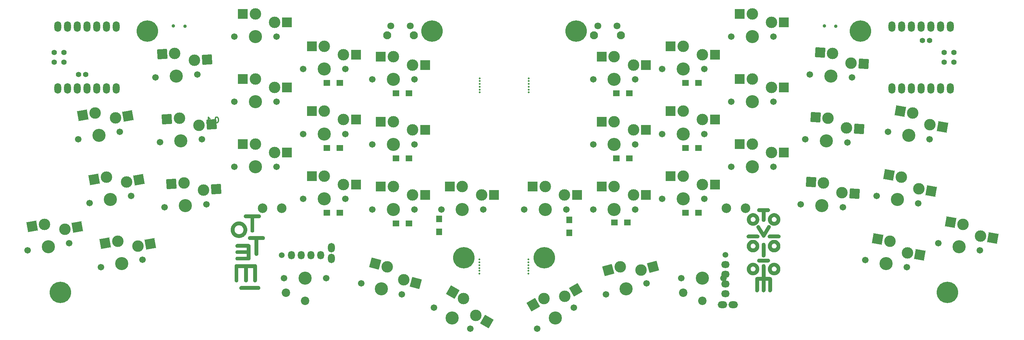
<source format=gbs>
G04 #@! TF.GenerationSoftware,KiCad,Pcbnew,9.0.2*
G04 #@! TF.CreationDate,2025-06-05T15:31:19+09:00*
G04 #@! TF.ProjectId,Totemkyle,546f7465-6d6b-4796-9c65-2e6b69636164,0.3*
G04 #@! TF.SameCoordinates,Original*
G04 #@! TF.FileFunction,Soldermask,Bot*
G04 #@! TF.FilePolarity,Negative*
%FSLAX46Y46*%
G04 Gerber Fmt 4.6, Leading zero omitted, Abs format (unit mm)*
G04 Created by KiCad (PCBNEW 9.0.2) date 2025-06-05 15:31:19*
%MOMM*%
%LPD*%
G01*
G04 APERTURE LIST*
G04 Aperture macros list*
%AMRotRect*
0 Rectangle, with rotation*
0 The origin of the aperture is its center*
0 $1 length*
0 $2 width*
0 $3 Rotation angle, in degrees counterclockwise*
0 Add horizontal line*
21,1,$1,$2,0,0,$3*%
G04 Aperture macros list end*
%ADD10C,0.000000*%
%ADD11C,0.375000*%
%ADD12C,1.701800*%
%ADD13C,3.000000*%
%ADD14C,3.429000*%
%ADD15RotRect,2.600000X2.600000X10.000000*%
%ADD16R,2.600000X2.600000*%
%ADD17RotRect,2.600000X2.600000X4.000000*%
%ADD18C,0.500000*%
%ADD19RotRect,2.600000X2.600000X356.000000*%
%ADD20C,5.600000*%
%ADD21O,1.800000X2.750000*%
%ADD22C,1.397000*%
%ADD23C,1.500000*%
%ADD24C,2.200000*%
%ADD25O,1.800000X2.200000*%
%ADD26O,1.800000X2.500000*%
%ADD27C,2.500000*%
%ADD28RotRect,2.600000X2.600000X350.000000*%
%ADD29RotRect,2.600000X2.600000X345.000000*%
%ADD30C,0.900000*%
%ADD31C,1.800000*%
%ADD32C,2.100000*%
%ADD33RotRect,2.600000X2.600000X15.000000*%
%ADD34RotRect,2.600000X2.600000X30.000000*%
%ADD35RotRect,2.600000X2.600000X330.000000*%
%ADD36O,2.200000X1.800000*%
%ADD37O,2.500000X1.800000*%
%ADD38R,1.800000X1.500000*%
%ADD39R,1.500000X1.800000*%
G04 APERTURE END LIST*
D10*
G36*
X220552427Y-100317415D02*
G01*
X220635485Y-100323744D01*
X220717345Y-100334166D01*
X220797903Y-100348578D01*
X220877055Y-100366877D01*
X220954698Y-100388958D01*
X221030728Y-100414720D01*
X221105043Y-100444057D01*
X221177539Y-100476868D01*
X221248112Y-100513048D01*
X221316660Y-100552494D01*
X221383078Y-100595104D01*
X221447264Y-100640772D01*
X221509115Y-100689397D01*
X221568526Y-100740875D01*
X221625394Y-100795102D01*
X221679617Y-100851975D01*
X221731090Y-100911391D01*
X221779711Y-100973247D01*
X221825376Y-101037438D01*
X221867982Y-101103862D01*
X221907425Y-101172415D01*
X221943602Y-101242994D01*
X221976410Y-101315495D01*
X222005745Y-101389816D01*
X222031504Y-101465853D01*
X222053584Y-101543501D01*
X222071881Y-101622660D01*
X222086292Y-101703223D01*
X222096713Y-101785089D01*
X222103042Y-101868155D01*
X222105174Y-101952315D01*
X222103042Y-102036476D01*
X222096713Y-102119541D01*
X222086292Y-102201407D01*
X222071881Y-102281971D01*
X222053584Y-102361129D01*
X222031504Y-102438778D01*
X222005745Y-102514815D01*
X221976410Y-102589135D01*
X221943602Y-102661637D01*
X221907425Y-102732216D01*
X221867982Y-102800769D01*
X221825376Y-102867193D01*
X221779711Y-102931384D01*
X221731090Y-102993239D01*
X221679617Y-103052655D01*
X221625394Y-103109529D01*
X221568526Y-103163756D01*
X221509115Y-103215233D01*
X221447264Y-103263858D01*
X221383078Y-103309527D01*
X221316660Y-103352136D01*
X221248112Y-103391583D01*
X221177539Y-103427763D01*
X221105043Y-103460573D01*
X221030728Y-103489911D01*
X220954698Y-103515672D01*
X220877055Y-103537754D01*
X220797903Y-103556052D01*
X220717345Y-103570464D01*
X220635485Y-103580887D01*
X220552427Y-103587216D01*
X220468272Y-103589349D01*
X220384118Y-103587216D01*
X220301059Y-103580887D01*
X220219200Y-103570464D01*
X220138642Y-103556052D01*
X220059490Y-103537754D01*
X219981847Y-103515672D01*
X219905817Y-103489911D01*
X219831502Y-103460573D01*
X219759006Y-103427763D01*
X219688433Y-103391583D01*
X219619885Y-103352136D01*
X219553467Y-103309527D01*
X219489281Y-103263858D01*
X219427430Y-103215233D01*
X219368019Y-103163756D01*
X219311151Y-103109529D01*
X219256928Y-103052655D01*
X219205455Y-102993239D01*
X219156834Y-102931384D01*
X219111169Y-102867193D01*
X219068563Y-102800769D01*
X219029120Y-102732216D01*
X218992943Y-102661637D01*
X218960135Y-102589135D01*
X218930800Y-102514815D01*
X218905041Y-102438778D01*
X218882961Y-102361129D01*
X218864664Y-102281971D01*
X218850253Y-102201407D01*
X218839832Y-102119541D01*
X218833503Y-102036476D01*
X218831371Y-101952315D01*
X219829738Y-101952315D01*
X219830568Y-101985188D01*
X219833033Y-102017628D01*
X219837092Y-102049595D01*
X219842705Y-102081049D01*
X219849833Y-102111950D01*
X219858434Y-102142259D01*
X219868469Y-102171933D01*
X219879899Y-102200935D01*
X219892682Y-102229224D01*
X219906779Y-102256759D01*
X219922150Y-102283502D01*
X219938755Y-102309410D01*
X219956554Y-102334446D01*
X219975506Y-102358568D01*
X219995572Y-102381736D01*
X220016711Y-102403911D01*
X220038885Y-102425052D01*
X220062051Y-102445119D01*
X220086171Y-102464073D01*
X220111204Y-102481873D01*
X220137111Y-102498479D01*
X220163851Y-102513852D01*
X220191384Y-102527950D01*
X220219671Y-102540734D01*
X220248671Y-102552165D01*
X220278343Y-102562201D01*
X220308649Y-102570803D01*
X220339548Y-102577931D01*
X220371000Y-102583545D01*
X220402965Y-102587604D01*
X220435402Y-102590069D01*
X220468272Y-102590899D01*
X220501133Y-102590069D01*
X220533541Y-102587604D01*
X220565458Y-102583545D01*
X220596845Y-102577931D01*
X220627663Y-102570803D01*
X220657875Y-102562201D01*
X220687440Y-102552165D01*
X220716321Y-102540734D01*
X220744478Y-102527950D01*
X220771873Y-102513852D01*
X220798466Y-102498479D01*
X220824220Y-102481873D01*
X220849096Y-102464073D01*
X220873054Y-102445119D01*
X220896056Y-102425052D01*
X220918063Y-102403911D01*
X220939037Y-102381736D01*
X220958939Y-102358567D01*
X220977729Y-102334446D01*
X220995370Y-102309410D01*
X221011822Y-102283502D01*
X221027047Y-102256759D01*
X221041005Y-102229224D01*
X221053659Y-102200935D01*
X221064970Y-102171933D01*
X221074898Y-102142259D01*
X221083405Y-102111950D01*
X221090452Y-102081049D01*
X221096000Y-102049595D01*
X221100011Y-102017628D01*
X221102447Y-101985188D01*
X221103267Y-101952315D01*
X221102437Y-101919453D01*
X221099973Y-101887042D01*
X221095916Y-101855123D01*
X221090306Y-101823733D01*
X221083186Y-101792912D01*
X221074594Y-101762698D01*
X221064573Y-101733130D01*
X221053161Y-101704247D01*
X221040401Y-101676087D01*
X221026334Y-101648690D01*
X221010998Y-101622093D01*
X220994436Y-101596337D01*
X220976688Y-101571459D01*
X220957795Y-101547498D01*
X220937797Y-101524494D01*
X220916736Y-101502484D01*
X220894651Y-101481508D01*
X220871584Y-101461604D01*
X220847575Y-101442812D01*
X220822665Y-101425169D01*
X220796894Y-101408715D01*
X220770304Y-101393489D01*
X220742935Y-101379528D01*
X220714827Y-101366873D01*
X220686022Y-101355561D01*
X220656560Y-101345632D01*
X220626482Y-101337124D01*
X220595828Y-101330076D01*
X220564640Y-101324527D01*
X220532957Y-101320515D01*
X220500821Y-101318080D01*
X220468272Y-101317259D01*
X220435714Y-101318090D01*
X220403548Y-101320554D01*
X220371818Y-101324611D01*
X220340564Y-101330221D01*
X220309831Y-101337342D01*
X220279658Y-101345934D01*
X220250089Y-101355957D01*
X220221164Y-101367369D01*
X220192928Y-101380130D01*
X220165420Y-101394199D01*
X220138683Y-101409536D01*
X220112760Y-101426099D01*
X220087692Y-101443849D01*
X220063521Y-101462744D01*
X220040289Y-101482743D01*
X220018039Y-101503807D01*
X219996812Y-101525894D01*
X219976649Y-101548963D01*
X219957594Y-101572974D01*
X219939689Y-101597887D01*
X219922974Y-101623660D01*
X219907492Y-101650253D01*
X219893286Y-101677625D01*
X219880397Y-101705735D01*
X219868866Y-101734543D01*
X219858737Y-101764008D01*
X219850051Y-101794089D01*
X219842851Y-101824746D01*
X219837177Y-101855938D01*
X219833072Y-101887624D01*
X219830578Y-101919763D01*
X219829738Y-101952315D01*
X218831371Y-101952315D01*
X218833503Y-101868155D01*
X218839832Y-101785089D01*
X218850253Y-101703223D01*
X218864664Y-101622660D01*
X218882961Y-101543501D01*
X218905041Y-101465853D01*
X218930800Y-101389816D01*
X218960135Y-101315495D01*
X218992943Y-101242994D01*
X219029120Y-101172415D01*
X219068563Y-101103862D01*
X219111169Y-101037438D01*
X219156834Y-100973247D01*
X219205455Y-100911391D01*
X219256928Y-100851975D01*
X219311151Y-100795102D01*
X219368019Y-100740875D01*
X219427430Y-100689397D01*
X219489281Y-100640772D01*
X219553467Y-100595104D01*
X219619885Y-100552494D01*
X219688433Y-100513048D01*
X219759006Y-100476868D01*
X219831502Y-100444057D01*
X219905817Y-100414720D01*
X219981847Y-100388958D01*
X220059490Y-100366877D01*
X220138642Y-100348578D01*
X220219200Y-100334166D01*
X220301059Y-100323744D01*
X220384118Y-100317415D01*
X220468272Y-100315282D01*
X220552427Y-100317415D01*
G37*
G36*
X221672514Y-105911478D02*
G01*
X221698111Y-105913396D01*
X221723316Y-105916556D01*
X221748100Y-105920927D01*
X221772431Y-105926479D01*
X221796280Y-105933182D01*
X221819616Y-105941004D01*
X221842409Y-105949917D01*
X221864628Y-105959889D01*
X221886243Y-105970890D01*
X221907224Y-105982890D01*
X221927540Y-105995858D01*
X221947161Y-106009764D01*
X221966056Y-106024578D01*
X221984196Y-106040269D01*
X222001550Y-106056807D01*
X222018087Y-106074162D01*
X222033777Y-106092302D01*
X222048590Y-106111199D01*
X222062496Y-106130821D01*
X222075463Y-106151138D01*
X222087463Y-106172120D01*
X222098463Y-106193737D01*
X222108435Y-106215957D01*
X222117347Y-106238751D01*
X222125169Y-106262088D01*
X222131871Y-106285939D01*
X222137423Y-106310271D01*
X222141794Y-106335056D01*
X222144953Y-106360263D01*
X222146871Y-106385862D01*
X222147517Y-106411821D01*
X222146861Y-106437781D01*
X222144914Y-106463379D01*
X222141709Y-106488586D01*
X222137278Y-106513371D01*
X222131652Y-106537704D01*
X222124866Y-106561554D01*
X222116950Y-106584891D01*
X222107937Y-106607685D01*
X222097859Y-106629906D01*
X222086750Y-106651522D01*
X222074640Y-106672504D01*
X222061563Y-106692821D01*
X222047550Y-106712443D01*
X222032634Y-106731340D01*
X222016848Y-106749481D01*
X222000222Y-106766835D01*
X221982791Y-106783373D01*
X221964586Y-106799064D01*
X221945640Y-106813878D01*
X221925984Y-106827784D01*
X221905652Y-106840752D01*
X221884674Y-106852752D01*
X221863085Y-106863753D01*
X221840915Y-106873725D01*
X221818198Y-106882638D01*
X221794965Y-106890460D01*
X221771250Y-106897163D01*
X221747083Y-106902715D01*
X221722498Y-106907086D01*
X221697527Y-106910245D01*
X221672203Y-106912164D01*
X221646556Y-106912810D01*
X219282924Y-106912810D01*
X219256966Y-106912164D01*
X219231369Y-106910245D01*
X219206164Y-106907086D01*
X219181380Y-106902715D01*
X219157049Y-106897163D01*
X219133200Y-106890460D01*
X219109864Y-106882638D01*
X219087071Y-106873725D01*
X219064852Y-106863753D01*
X219043237Y-106852752D01*
X219022256Y-106840752D01*
X219001940Y-106827784D01*
X218982319Y-106813878D01*
X218963424Y-106799064D01*
X218945284Y-106783373D01*
X218927930Y-106766835D01*
X218911393Y-106749481D01*
X218895703Y-106731340D01*
X218880890Y-106712443D01*
X218866984Y-106692821D01*
X218854017Y-106672504D01*
X218842017Y-106651522D01*
X218831017Y-106629906D01*
X218821045Y-106607685D01*
X218812133Y-106584891D01*
X218804311Y-106561554D01*
X218797609Y-106537704D01*
X218792057Y-106513371D01*
X218787686Y-106488586D01*
X218784527Y-106463379D01*
X218782609Y-106437781D01*
X218781963Y-106411821D01*
X218782619Y-106385862D01*
X218784566Y-106360263D01*
X218787771Y-106335056D01*
X218792202Y-106310271D01*
X218797828Y-106285939D01*
X218804614Y-106262088D01*
X218812530Y-106238751D01*
X218821543Y-106215957D01*
X218831621Y-106193737D01*
X218842730Y-106172120D01*
X218854840Y-106151138D01*
X218867918Y-106130821D01*
X218881930Y-106111199D01*
X218896846Y-106092302D01*
X218912633Y-106074162D01*
X218929258Y-106056807D01*
X218946689Y-106040269D01*
X218964894Y-106024578D01*
X218983840Y-106009764D01*
X219003496Y-105995858D01*
X219023829Y-105982890D01*
X219044806Y-105970890D01*
X219066395Y-105959889D01*
X219088565Y-105949917D01*
X219111282Y-105941004D01*
X219134515Y-105933182D01*
X219158230Y-105926479D01*
X219182397Y-105920927D01*
X219206982Y-105916556D01*
X219231953Y-105913396D01*
X219257278Y-105911478D01*
X219282924Y-105910832D01*
X221646556Y-105910832D01*
X221672514Y-105911478D01*
G37*
G36*
X85075896Y-113645060D02*
G01*
X85101492Y-113647007D01*
X85126697Y-113650212D01*
X85151480Y-113654644D01*
X85175811Y-113660269D01*
X85199659Y-113667056D01*
X85222995Y-113674972D01*
X85245787Y-113683985D01*
X85268006Y-113694062D01*
X85289620Y-113705172D01*
X85310600Y-113717282D01*
X85330916Y-113730360D01*
X85350536Y-113744373D01*
X85369432Y-113759289D01*
X85387571Y-113775076D01*
X85404924Y-113791701D01*
X85421461Y-113809133D01*
X85437151Y-113827339D01*
X85451963Y-113846286D01*
X85465868Y-113865943D01*
X85478835Y-113886276D01*
X85490834Y-113907255D01*
X85501834Y-113928846D01*
X85511806Y-113951017D01*
X85520717Y-113973735D01*
X85528539Y-113996970D01*
X85535241Y-114020687D01*
X85540793Y-114044855D01*
X85545163Y-114069442D01*
X85548323Y-114094416D01*
X85550241Y-114119743D01*
X85550887Y-114145392D01*
X85550887Y-117902807D01*
X85550241Y-117928766D01*
X85548323Y-117954365D01*
X85545163Y-117979571D01*
X85540793Y-118004356D01*
X85535241Y-118028689D01*
X85528539Y-118052539D01*
X85520717Y-118075876D01*
X85511806Y-118098670D01*
X85501834Y-118120890D01*
X85490834Y-118142507D01*
X85478835Y-118163489D01*
X85465868Y-118183806D01*
X85451963Y-118203428D01*
X85437151Y-118222325D01*
X85421461Y-118240465D01*
X85404924Y-118257820D01*
X85387571Y-118274358D01*
X85369432Y-118290049D01*
X85350536Y-118304863D01*
X85330916Y-118318769D01*
X85310600Y-118331737D01*
X85289620Y-118343737D01*
X85268006Y-118354738D01*
X85245787Y-118364710D01*
X85222995Y-118373623D01*
X85199659Y-118381445D01*
X85175811Y-118388148D01*
X85151480Y-118393700D01*
X85126697Y-118398071D01*
X85101492Y-118401231D01*
X85075896Y-118403149D01*
X85049938Y-118403795D01*
X85023981Y-118403139D01*
X84998385Y-118401192D01*
X84973180Y-118397987D01*
X84948397Y-118393555D01*
X84924066Y-118387930D01*
X84900218Y-118381143D01*
X84876882Y-118373227D01*
X84854090Y-118364214D01*
X84831871Y-118354137D01*
X84810257Y-118343027D01*
X84789277Y-118330917D01*
X84768961Y-118317839D01*
X84749340Y-118303826D01*
X84730445Y-118288910D01*
X84712306Y-118273123D01*
X84694953Y-118256497D01*
X84678416Y-118239066D01*
X84662726Y-118220860D01*
X84647914Y-118201913D01*
X84634009Y-118182256D01*
X84621042Y-118161922D01*
X84609043Y-118140944D01*
X84598043Y-118119353D01*
X84588071Y-118097182D01*
X84579160Y-118074464D01*
X84571338Y-118051229D01*
X84564636Y-118027512D01*
X84559084Y-118003344D01*
X84554714Y-117978757D01*
X84551554Y-117953783D01*
X84549636Y-117928456D01*
X84548990Y-117902807D01*
X84548990Y-114646380D01*
X83190785Y-114646380D01*
X83190785Y-117902807D01*
X83190139Y-117928766D01*
X83188221Y-117954365D01*
X83185062Y-117979571D01*
X83180691Y-118004356D01*
X83175139Y-118028689D01*
X83168437Y-118052539D01*
X83160615Y-118075876D01*
X83151704Y-118098670D01*
X83141732Y-118120890D01*
X83130732Y-118142507D01*
X83118733Y-118163489D01*
X83105766Y-118183806D01*
X83091861Y-118203428D01*
X83077049Y-118222325D01*
X83061359Y-118240465D01*
X83044822Y-118257820D01*
X83027469Y-118274358D01*
X83009330Y-118290049D01*
X82990434Y-118304863D01*
X82970814Y-118318769D01*
X82950498Y-118331737D01*
X82929518Y-118343737D01*
X82907904Y-118354738D01*
X82885685Y-118364710D01*
X82862893Y-118373623D01*
X82839557Y-118381445D01*
X82815709Y-118388148D01*
X82791378Y-118393700D01*
X82766595Y-118398071D01*
X82741390Y-118401231D01*
X82715794Y-118403149D01*
X82689837Y-118403795D01*
X82663879Y-118403139D01*
X82638283Y-118401192D01*
X82613078Y-118397987D01*
X82588295Y-118393555D01*
X82563964Y-118387930D01*
X82540116Y-118381143D01*
X82516780Y-118373227D01*
X82493988Y-118364214D01*
X82471770Y-118354137D01*
X82450155Y-118343027D01*
X82429175Y-118330917D01*
X82408859Y-118317839D01*
X82389239Y-118303826D01*
X82370344Y-118288910D01*
X82352204Y-118273123D01*
X82334851Y-118256497D01*
X82318314Y-118239066D01*
X82302625Y-118220860D01*
X82287812Y-118201913D01*
X82273907Y-118182256D01*
X82260940Y-118161922D01*
X82248941Y-118140944D01*
X82237941Y-118119353D01*
X82227970Y-118097182D01*
X82219058Y-118074464D01*
X82211236Y-118051229D01*
X82204534Y-118027512D01*
X82198983Y-118003344D01*
X82194612Y-117978757D01*
X82191452Y-117953783D01*
X82189534Y-117928456D01*
X82188888Y-117902807D01*
X82188888Y-114646381D01*
X80710738Y-114646381D01*
X80710738Y-117902807D01*
X80710092Y-117928767D01*
X80708174Y-117954365D01*
X80705014Y-117979572D01*
X80700643Y-118004357D01*
X80695092Y-118028690D01*
X80688390Y-118052540D01*
X80680568Y-118075877D01*
X80671656Y-118098671D01*
X80661685Y-118120891D01*
X80650685Y-118142508D01*
X80638686Y-118163490D01*
X80625719Y-118183807D01*
X80611814Y-118203429D01*
X80597001Y-118222325D01*
X80581312Y-118240466D01*
X80564775Y-118257821D01*
X80547422Y-118274359D01*
X80529282Y-118290050D01*
X80510387Y-118304863D01*
X80490767Y-118318770D01*
X80470451Y-118331738D01*
X80449471Y-118343738D01*
X80427856Y-118354739D01*
X80405638Y-118364711D01*
X80382845Y-118373623D01*
X80359510Y-118381446D01*
X80335662Y-118388148D01*
X80311331Y-118393700D01*
X80286548Y-118398071D01*
X80261343Y-118401231D01*
X80235747Y-118403149D01*
X80209789Y-118403795D01*
X80183832Y-118403139D01*
X80158236Y-118401192D01*
X80133031Y-118397987D01*
X80108248Y-118393555D01*
X80083917Y-118387930D01*
X80060069Y-118381143D01*
X80036733Y-118373227D01*
X80013941Y-118364214D01*
X79991722Y-118354137D01*
X79970108Y-118343027D01*
X79949128Y-118330917D01*
X79928812Y-118317839D01*
X79909192Y-118303826D01*
X79890296Y-118288910D01*
X79872157Y-118273123D01*
X79854804Y-118256497D01*
X79838267Y-118239066D01*
X79822577Y-118220860D01*
X79807765Y-118201913D01*
X79793860Y-118182256D01*
X79780893Y-118161922D01*
X79768894Y-118140944D01*
X79757894Y-118119353D01*
X79747922Y-118097182D01*
X79739011Y-118074464D01*
X79731189Y-118051229D01*
X79724487Y-118027512D01*
X79718935Y-118003344D01*
X79714565Y-117978757D01*
X79711405Y-117953783D01*
X79709487Y-117928456D01*
X79708841Y-117902807D01*
X79708841Y-114646380D01*
X79708841Y-114145392D01*
X79709497Y-114119433D01*
X79711444Y-114093835D01*
X79714649Y-114068628D01*
X79719080Y-114043843D01*
X79724705Y-114019510D01*
X79731491Y-113995660D01*
X79739406Y-113972323D01*
X79748419Y-113949529D01*
X79758495Y-113927308D01*
X79769604Y-113905692D01*
X79781713Y-113884710D01*
X79794790Y-113864393D01*
X79808802Y-113844771D01*
X79823717Y-113825874D01*
X79839503Y-113807734D01*
X79856127Y-113790379D01*
X79873557Y-113773841D01*
X79891761Y-113758150D01*
X79910707Y-113743336D01*
X79930362Y-113729430D01*
X79950694Y-113716462D01*
X79971671Y-113704462D01*
X79993260Y-113693461D01*
X80015429Y-113683489D01*
X80038146Y-113674576D01*
X80061379Y-113666754D01*
X80085094Y-113660051D01*
X80109261Y-113654499D01*
X80133846Y-113650128D01*
X80158817Y-113646968D01*
X80184142Y-113645050D01*
X80209789Y-113644404D01*
X85049938Y-113644404D01*
X85075896Y-113645060D01*
G37*
G36*
X215049055Y-113283144D02*
G01*
X215132113Y-113289473D01*
X215213973Y-113299896D01*
X215294531Y-113314308D01*
X215373683Y-113332606D01*
X215451325Y-113354688D01*
X215527356Y-113380449D01*
X215601671Y-113409787D01*
X215674166Y-113442597D01*
X215744740Y-113478777D01*
X215813288Y-113518224D01*
X215879706Y-113560833D01*
X215943892Y-113606502D01*
X216005742Y-113655127D01*
X216065153Y-113706604D01*
X216122022Y-113760832D01*
X216176245Y-113817705D01*
X216227718Y-113877121D01*
X216276339Y-113938976D01*
X216322004Y-114003167D01*
X216364610Y-114069591D01*
X216404053Y-114138144D01*
X216440230Y-114208723D01*
X216473038Y-114281224D01*
X216502373Y-114355545D01*
X216528132Y-114431582D01*
X216550212Y-114509230D01*
X216568509Y-114588388D01*
X216582919Y-114668952D01*
X216593341Y-114750818D01*
X216599670Y-114833883D01*
X216601802Y-114918044D01*
X216599670Y-115002205D01*
X216593341Y-115085270D01*
X216582919Y-115167136D01*
X216568509Y-115247699D01*
X216550212Y-115326857D01*
X216528132Y-115404507D01*
X216502373Y-115480543D01*
X216473038Y-115554864D01*
X216440230Y-115627365D01*
X216404053Y-115697944D01*
X216364610Y-115766497D01*
X216322004Y-115832921D01*
X216276339Y-115897113D01*
X216227718Y-115958968D01*
X216176245Y-116018384D01*
X216122022Y-116075257D01*
X216065153Y-116129484D01*
X216005742Y-116180962D01*
X215943892Y-116229587D01*
X215879706Y-116275256D01*
X215813288Y-116317865D01*
X215744740Y-116357312D01*
X215674166Y-116393492D01*
X215601671Y-116426303D01*
X215527356Y-116455640D01*
X215451325Y-116481402D01*
X215373683Y-116503483D01*
X215294531Y-116521782D01*
X215213973Y-116536194D01*
X215132113Y-116546616D01*
X215049055Y-116552946D01*
X214964900Y-116555078D01*
X214880746Y-116552946D01*
X214797687Y-116546616D01*
X214715827Y-116536194D01*
X214635269Y-116521782D01*
X214556117Y-116503483D01*
X214478474Y-116481402D01*
X214402443Y-116455640D01*
X214328127Y-116426303D01*
X214255631Y-116393492D01*
X214185057Y-116357312D01*
X214116509Y-116317865D01*
X214050090Y-116275256D01*
X213985903Y-116229587D01*
X213924052Y-116180962D01*
X213864640Y-116129484D01*
X213807771Y-116075257D01*
X213753548Y-116018384D01*
X213702073Y-115958968D01*
X213653452Y-115897113D01*
X213607786Y-115832921D01*
X213565180Y-115766497D01*
X213525736Y-115697944D01*
X213489558Y-115627365D01*
X213456750Y-115554864D01*
X213427414Y-115480543D01*
X213401655Y-115404507D01*
X213379575Y-115326857D01*
X213361277Y-115247699D01*
X213346866Y-115167136D01*
X213336445Y-115085270D01*
X213330116Y-115002205D01*
X213327983Y-114918044D01*
X214329890Y-114918044D01*
X214330721Y-114950606D01*
X214333185Y-114982775D01*
X214337242Y-115014509D01*
X214342851Y-115045765D01*
X214349972Y-115076501D01*
X214358563Y-115106677D01*
X214368585Y-115136249D01*
X214379996Y-115165175D01*
X214392756Y-115193415D01*
X214406824Y-115220925D01*
X214422160Y-115247663D01*
X214438722Y-115273589D01*
X214456470Y-115298659D01*
X214475363Y-115322831D01*
X214495362Y-115346065D01*
X214516423Y-115368317D01*
X214538509Y-115389545D01*
X214561576Y-115409709D01*
X214585586Y-115428765D01*
X214610496Y-115446672D01*
X214636268Y-115463388D01*
X214662858Y-115478870D01*
X214690228Y-115493078D01*
X214718337Y-115505968D01*
X214747143Y-115517498D01*
X214776605Y-115527628D01*
X214806685Y-115536314D01*
X214837339Y-115543516D01*
X214868529Y-115549190D01*
X214900213Y-115553295D01*
X214932350Y-115555788D01*
X214964900Y-115556629D01*
X214997459Y-115555798D01*
X215029625Y-115553333D01*
X215061355Y-115549274D01*
X215092608Y-115543661D01*
X215123341Y-115536533D01*
X215153513Y-115527930D01*
X215183082Y-115517894D01*
X215212006Y-115506464D01*
X215240242Y-115493679D01*
X215267749Y-115479581D01*
X215294485Y-115464209D01*
X215320408Y-115447603D01*
X215345475Y-115429802D01*
X215369645Y-115410849D01*
X215392876Y-115390781D01*
X215415126Y-115369640D01*
X215436353Y-115347465D01*
X215456514Y-115324297D01*
X215475569Y-115300175D01*
X215493474Y-115275139D01*
X215510188Y-115249230D01*
X215525669Y-115222488D01*
X215539875Y-115194953D01*
X215552763Y-115166664D01*
X215564293Y-115137662D01*
X215574422Y-115107987D01*
X215583107Y-115077679D01*
X215590308Y-115046778D01*
X215595981Y-115015324D01*
X215600086Y-114983357D01*
X215602579Y-114950917D01*
X215603420Y-114918044D01*
X215602589Y-114885181D01*
X215600124Y-114852771D01*
X215596065Y-114820851D01*
X215590452Y-114789462D01*
X215583325Y-114758640D01*
X215574724Y-114728426D01*
X215564688Y-114698858D01*
X215553259Y-114669975D01*
X215540476Y-114641816D01*
X215526379Y-114614418D01*
X215511008Y-114587822D01*
X215494403Y-114562065D01*
X215476605Y-114537187D01*
X215457653Y-114513227D01*
X215437587Y-114490222D01*
X215416448Y-114468213D01*
X215394275Y-114447237D01*
X215371109Y-114427333D01*
X215346990Y-114408541D01*
X215321957Y-114390898D01*
X215296051Y-114374444D01*
X215269311Y-114359218D01*
X215241779Y-114345257D01*
X215213493Y-114332602D01*
X215184494Y-114321290D01*
X215154822Y-114311361D01*
X215124517Y-114302853D01*
X215093620Y-114295805D01*
X215062169Y-114290256D01*
X215030205Y-114286244D01*
X214997769Y-114283809D01*
X214964900Y-114282988D01*
X214932040Y-114283819D01*
X214899632Y-114286283D01*
X214867715Y-114290340D01*
X214836327Y-114295950D01*
X214805508Y-114303071D01*
X214775297Y-114311664D01*
X214745731Y-114321686D01*
X214716850Y-114333098D01*
X214688692Y-114345859D01*
X214661297Y-114359929D01*
X214634702Y-114375265D01*
X214608948Y-114391829D01*
X214584071Y-114409578D01*
X214560113Y-114428473D01*
X214537110Y-114448473D01*
X214515102Y-114469536D01*
X214494127Y-114491623D01*
X214474225Y-114514693D01*
X214455434Y-114538704D01*
X214437792Y-114563616D01*
X214421340Y-114589389D01*
X214406114Y-114615982D01*
X214392155Y-114643354D01*
X214379501Y-114671464D01*
X214368190Y-114700272D01*
X214358261Y-114729737D01*
X214349754Y-114759818D01*
X214342706Y-114790475D01*
X214337158Y-114821667D01*
X214333146Y-114853352D01*
X214330711Y-114885492D01*
X214329890Y-114918044D01*
X213327983Y-114918044D01*
X213330116Y-114833883D01*
X213336444Y-114750818D01*
X213346866Y-114668952D01*
X213361277Y-114588388D01*
X213379574Y-114509230D01*
X213401653Y-114431582D01*
X213427413Y-114355545D01*
X213456748Y-114281224D01*
X213489556Y-114208723D01*
X213525733Y-114138144D01*
X213565176Y-114069591D01*
X213607782Y-114003167D01*
X213653447Y-113938976D01*
X213702068Y-113877121D01*
X213753542Y-113817705D01*
X213807765Y-113760832D01*
X213864634Y-113706604D01*
X213924046Y-113655127D01*
X213985896Y-113606502D01*
X214050083Y-113560833D01*
X214116502Y-113518224D01*
X214185050Y-113478777D01*
X214255624Y-113442597D01*
X214328121Y-113409787D01*
X214402437Y-113380449D01*
X214478468Y-113354688D01*
X214556112Y-113332606D01*
X214635265Y-113314308D01*
X214715823Y-113299896D01*
X214797685Y-113289473D01*
X214880745Y-113283144D01*
X214964900Y-113281011D01*
X215049055Y-113283144D01*
G37*
G36*
X217742551Y-108053038D02*
G01*
X217768146Y-108054985D01*
X217793350Y-108058191D01*
X217818133Y-108062622D01*
X217842463Y-108068247D01*
X217866311Y-108075034D01*
X217889646Y-108082950D01*
X217912438Y-108091963D01*
X217934656Y-108102041D01*
X217956270Y-108113151D01*
X217977251Y-108125261D01*
X217997566Y-108138338D01*
X218017187Y-108152351D01*
X218036082Y-108167267D01*
X218054221Y-108183054D01*
X218071575Y-108199680D01*
X218088111Y-108217112D01*
X218103801Y-108235317D01*
X218118614Y-108254265D01*
X218132519Y-108273921D01*
X218145487Y-108294255D01*
X218157486Y-108315234D01*
X218168486Y-108336824D01*
X218178458Y-108358995D01*
X218187370Y-108381714D01*
X218195192Y-108404948D01*
X218201894Y-108428666D01*
X218207445Y-108452834D01*
X218211816Y-108477421D01*
X218214976Y-108502395D01*
X218216894Y-108527722D01*
X218217540Y-108553371D01*
X218217540Y-111404068D01*
X218216884Y-111430027D01*
X218214937Y-111455625D01*
X218211732Y-111480832D01*
X218207301Y-111505617D01*
X218201676Y-111529950D01*
X218194890Y-111553800D01*
X218186974Y-111577137D01*
X218177962Y-111599931D01*
X218167885Y-111622152D01*
X218156776Y-111643768D01*
X218144667Y-111664750D01*
X218131590Y-111685067D01*
X218117578Y-111704689D01*
X218102663Y-111723586D01*
X218086877Y-111741727D01*
X218070253Y-111759081D01*
X218052822Y-111775619D01*
X218034618Y-111791310D01*
X218015672Y-111806124D01*
X217996017Y-111820030D01*
X217975685Y-111832998D01*
X217954709Y-111844998D01*
X217933120Y-111855999D01*
X217910951Y-111865971D01*
X217888234Y-111874884D01*
X217865002Y-111882706D01*
X217841287Y-111889409D01*
X217817121Y-111894961D01*
X217792536Y-111899332D01*
X217767565Y-111902492D01*
X217742240Y-111904410D01*
X217716594Y-111905056D01*
X217690636Y-111904400D01*
X217665039Y-111902453D01*
X217639834Y-111899248D01*
X217615050Y-111894816D01*
X217590719Y-111889191D01*
X217566870Y-111882404D01*
X217543534Y-111874488D01*
X217520741Y-111865475D01*
X217498522Y-111855397D01*
X217476907Y-111844288D01*
X217455926Y-111832178D01*
X217435610Y-111819100D01*
X217415989Y-111805087D01*
X217397094Y-111790171D01*
X217378954Y-111774384D01*
X217361600Y-111757758D01*
X217345063Y-111740326D01*
X217329373Y-111722121D01*
X217314560Y-111703173D01*
X217300654Y-111683517D01*
X217287687Y-111663183D01*
X217275687Y-111642205D01*
X217264687Y-111620614D01*
X217254715Y-111598443D01*
X217245803Y-111575724D01*
X217237981Y-111552490D01*
X217231279Y-111528773D01*
X217225727Y-111504604D01*
X217221356Y-111480017D01*
X217218197Y-111455044D01*
X217216279Y-111429717D01*
X217215633Y-111404068D01*
X217215633Y-108553371D01*
X217216279Y-108527412D01*
X217218197Y-108501813D01*
X217221356Y-108476606D01*
X217225727Y-108451821D01*
X217231279Y-108427488D01*
X217237981Y-108403638D01*
X217245803Y-108380301D01*
X217254715Y-108357507D01*
X217264687Y-108335286D01*
X217275687Y-108313670D01*
X217287687Y-108292688D01*
X217300654Y-108272371D01*
X217314560Y-108252749D01*
X217329373Y-108233852D01*
X217345063Y-108215711D01*
X217361600Y-108198357D01*
X217378954Y-108181819D01*
X217397094Y-108166128D01*
X217415989Y-108151314D01*
X217435610Y-108137408D01*
X217455926Y-108124440D01*
X217476907Y-108112440D01*
X217498522Y-108101439D01*
X217520741Y-108091467D01*
X217543534Y-108082554D01*
X217566870Y-108074732D01*
X217590719Y-108068029D01*
X217615050Y-108062477D01*
X217639834Y-108058106D01*
X217665039Y-108054947D01*
X217690636Y-108053028D01*
X217716594Y-108052382D01*
X217742551Y-108053038D01*
G37*
G36*
X216176205Y-105911478D02*
G01*
X216201801Y-105913396D01*
X216227005Y-105916556D01*
X216251787Y-105920927D01*
X216276118Y-105926479D01*
X216299965Y-105933182D01*
X216323301Y-105941004D01*
X216346093Y-105949917D01*
X216368311Y-105959889D01*
X216389925Y-105970890D01*
X216410905Y-105982890D01*
X216431221Y-105995858D01*
X216450841Y-106009764D01*
X216469737Y-106024578D01*
X216487876Y-106040269D01*
X216505229Y-106056807D01*
X216521766Y-106074162D01*
X216537456Y-106092302D01*
X216552269Y-106111199D01*
X216566174Y-106130821D01*
X216579141Y-106151138D01*
X216591141Y-106172120D01*
X216602141Y-106193737D01*
X216612112Y-106215957D01*
X216621024Y-106238751D01*
X216628846Y-106262088D01*
X216635549Y-106285939D01*
X216641100Y-106310271D01*
X216645471Y-106335056D01*
X216648631Y-106360263D01*
X216650549Y-106385862D01*
X216651195Y-106411821D01*
X216650539Y-106437781D01*
X216648592Y-106463379D01*
X216645387Y-106488586D01*
X216640956Y-106513371D01*
X216635331Y-106537704D01*
X216628545Y-106561554D01*
X216620629Y-106584891D01*
X216611617Y-106607685D01*
X216601540Y-106629906D01*
X216590431Y-106651522D01*
X216578321Y-106672504D01*
X216565245Y-106692821D01*
X216551233Y-106712443D01*
X216536318Y-106731340D01*
X216520532Y-106749481D01*
X216503907Y-106766835D01*
X216486477Y-106783373D01*
X216468273Y-106799064D01*
X216449327Y-106813878D01*
X216429672Y-106827784D01*
X216409340Y-106840752D01*
X216388363Y-106852752D01*
X216366774Y-106863753D01*
X216344605Y-106873725D01*
X216321889Y-106882638D01*
X216298657Y-106890460D01*
X216274941Y-106897163D01*
X216250775Y-106902715D01*
X216226191Y-106907086D01*
X216201220Y-106910245D01*
X216175895Y-106912164D01*
X216150249Y-106912810D01*
X213786601Y-106912810D01*
X213760645Y-106912164D01*
X213735049Y-106910245D01*
X213709845Y-106907086D01*
X213685063Y-106902715D01*
X213660733Y-106897163D01*
X213636885Y-106890460D01*
X213613549Y-106882638D01*
X213590758Y-106873725D01*
X213568539Y-106863753D01*
X213546925Y-106852752D01*
X213525945Y-106840752D01*
X213505629Y-106827784D01*
X213486009Y-106813878D01*
X213467114Y-106799064D01*
X213448974Y-106783373D01*
X213431621Y-106766835D01*
X213415084Y-106749481D01*
X213399394Y-106731340D01*
X213384581Y-106712443D01*
X213370676Y-106692821D01*
X213357709Y-106672504D01*
X213345710Y-106651522D01*
X213334709Y-106629906D01*
X213324738Y-106607685D01*
X213315826Y-106584891D01*
X213308004Y-106561554D01*
X213301301Y-106537704D01*
X213295750Y-106513371D01*
X213291379Y-106488586D01*
X213288219Y-106463379D01*
X213286301Y-106437781D01*
X213285655Y-106411821D01*
X213286311Y-106385862D01*
X213288258Y-106360263D01*
X213291463Y-106335056D01*
X213295894Y-106310271D01*
X213301519Y-106285939D01*
X213308306Y-106262088D01*
X213316221Y-106238751D01*
X213325233Y-106215957D01*
X213335310Y-106193737D01*
X213346419Y-106172120D01*
X213358529Y-106151138D01*
X213371605Y-106130821D01*
X213385617Y-106111199D01*
X213400532Y-106092302D01*
X213416318Y-106074162D01*
X213432943Y-106056807D01*
X213450373Y-106040269D01*
X213468577Y-106024578D01*
X213487523Y-106009764D01*
X213507178Y-105995858D01*
X213527510Y-105982890D01*
X213548487Y-105970890D01*
X213570076Y-105959889D01*
X213592245Y-105949917D01*
X213614961Y-105941004D01*
X213638194Y-105933182D01*
X213661909Y-105926479D01*
X213686075Y-105920927D01*
X213710659Y-105916556D01*
X213735630Y-105913396D01*
X213760955Y-105911478D01*
X213786601Y-105910832D01*
X216150249Y-105910832D01*
X216176205Y-105911478D01*
G37*
G36*
X86095121Y-100633455D02*
G01*
X86120446Y-100635373D01*
X86145418Y-100638533D01*
X86170003Y-100642904D01*
X86194169Y-100648456D01*
X86217885Y-100655158D01*
X86241117Y-100662981D01*
X86263834Y-100671893D01*
X86286003Y-100681865D01*
X86307592Y-100692866D01*
X86328569Y-100704866D01*
X86348901Y-100717834D01*
X86368556Y-100731740D01*
X86387502Y-100746554D01*
X86405706Y-100762245D01*
X86423136Y-100778784D01*
X86439761Y-100796138D01*
X86455547Y-100814279D01*
X86470462Y-100833176D01*
X86484474Y-100852798D01*
X86497550Y-100873115D01*
X86509659Y-100894097D01*
X86520768Y-100915713D01*
X86530845Y-100937933D01*
X86539857Y-100960728D01*
X86547772Y-100984065D01*
X86554559Y-101007915D01*
X86560183Y-101032248D01*
X86564615Y-101057033D01*
X86567820Y-101082240D01*
X86569766Y-101107838D01*
X86570422Y-101133798D01*
X86569776Y-101159757D01*
X86567858Y-101185355D01*
X86564699Y-101210562D01*
X86560328Y-101235347D01*
X86554777Y-101259680D01*
X86548075Y-101283530D01*
X86540253Y-101306868D01*
X86531341Y-101329662D01*
X86521370Y-101351882D01*
X86510370Y-101373498D01*
X86498371Y-101394480D01*
X86485404Y-101414797D01*
X86471499Y-101434420D01*
X86456686Y-101453316D01*
X86440996Y-101471457D01*
X86424460Y-101488812D01*
X86407106Y-101505350D01*
X86388967Y-101521041D01*
X86370072Y-101535854D01*
X86350452Y-101549761D01*
X86330136Y-101562729D01*
X86309156Y-101574729D01*
X86287541Y-101585730D01*
X86265322Y-101595702D01*
X86242530Y-101604614D01*
X86219195Y-101612437D01*
X86195347Y-101619139D01*
X86171016Y-101624691D01*
X86146233Y-101629062D01*
X86121028Y-101632222D01*
X86095431Y-101634140D01*
X86069474Y-101634786D01*
X84848853Y-101634786D01*
X84848853Y-104884157D01*
X84848207Y-104909806D01*
X84846289Y-104935133D01*
X84843129Y-104960107D01*
X84838759Y-104984694D01*
X84833207Y-105008862D01*
X84826505Y-105032580D01*
X84818683Y-105055814D01*
X84809771Y-105078533D01*
X84799800Y-105100704D01*
X84788800Y-105122295D01*
X84776801Y-105143273D01*
X84763834Y-105163607D01*
X84749929Y-105183263D01*
X84735117Y-105202211D01*
X84719427Y-105220416D01*
X84702890Y-105237848D01*
X84685537Y-105254474D01*
X84667397Y-105270261D01*
X84648502Y-105285177D01*
X84628882Y-105299190D01*
X84608566Y-105312267D01*
X84587586Y-105324377D01*
X84565971Y-105335487D01*
X84543753Y-105345565D01*
X84520961Y-105354578D01*
X84497625Y-105362494D01*
X84473777Y-105369281D01*
X84449446Y-105374906D01*
X84424663Y-105379337D01*
X84399458Y-105382542D01*
X84373862Y-105384489D01*
X84347904Y-105385145D01*
X84321947Y-105384499D01*
X84296351Y-105382581D01*
X84271146Y-105379421D01*
X84246363Y-105375050D01*
X84222032Y-105369499D01*
X84198184Y-105362796D01*
X84174848Y-105354973D01*
X84152056Y-105346061D01*
X84129838Y-105336089D01*
X84108223Y-105325088D01*
X84087243Y-105313088D01*
X84066927Y-105300120D01*
X84047307Y-105286214D01*
X84028412Y-105271400D01*
X84010272Y-105255709D01*
X83992919Y-105239171D01*
X83976383Y-105221816D01*
X83960693Y-105203676D01*
X83945880Y-105184779D01*
X83931975Y-105165157D01*
X83919008Y-105144840D01*
X83907009Y-105123858D01*
X83896009Y-105102242D01*
X83886038Y-105080021D01*
X83877126Y-105057227D01*
X83869304Y-105033890D01*
X83862602Y-105010040D01*
X83857051Y-104985707D01*
X83852680Y-104960922D01*
X83849520Y-104935715D01*
X83847603Y-104910116D01*
X83846956Y-104884157D01*
X83846956Y-101634786D01*
X82626336Y-101634786D01*
X82600689Y-101634140D01*
X82575363Y-101632222D01*
X82550392Y-101629062D01*
X82525807Y-101624691D01*
X82501641Y-101619139D01*
X82477925Y-101612437D01*
X82454693Y-101604614D01*
X82431976Y-101595702D01*
X82409807Y-101585730D01*
X82388218Y-101574729D01*
X82367241Y-101562729D01*
X82346909Y-101549761D01*
X82327254Y-101535854D01*
X82308308Y-101521041D01*
X82290104Y-101505350D01*
X82272673Y-101488812D01*
X82256049Y-101471457D01*
X82240263Y-101453316D01*
X82225348Y-101434420D01*
X82211336Y-101414797D01*
X82198260Y-101394480D01*
X82186151Y-101373498D01*
X82175042Y-101351882D01*
X82164965Y-101329662D01*
X82155953Y-101306868D01*
X82148037Y-101283530D01*
X82141251Y-101259680D01*
X82135626Y-101235347D01*
X82131195Y-101210562D01*
X82127990Y-101185355D01*
X82126044Y-101159757D01*
X82125387Y-101133798D01*
X82128916Y-101133798D01*
X82129562Y-101108148D01*
X82131480Y-101082821D01*
X82134639Y-101057848D01*
X82139010Y-101033261D01*
X82144561Y-101009092D01*
X82151263Y-100985375D01*
X82159085Y-100962141D01*
X82167997Y-100939422D01*
X82177968Y-100917251D01*
X82188968Y-100895660D01*
X82200967Y-100874682D01*
X82213934Y-100854348D01*
X82227839Y-100834691D01*
X82242652Y-100815744D01*
X82258342Y-100797538D01*
X82274879Y-100780107D01*
X82292232Y-100763481D01*
X82310371Y-100747694D01*
X82329266Y-100732778D01*
X82348887Y-100718765D01*
X82369202Y-100705687D01*
X82390182Y-100693577D01*
X82411797Y-100682467D01*
X82434016Y-100672390D01*
X82456808Y-100663377D01*
X82480143Y-100655461D01*
X82503991Y-100648674D01*
X82528322Y-100643049D01*
X82553105Y-100638617D01*
X82578310Y-100635412D01*
X82603907Y-100633465D01*
X82629864Y-100632809D01*
X86069474Y-100632809D01*
X86095121Y-100633455D01*
G37*
G36*
X218924360Y-99021118D02*
G01*
X218949957Y-99023036D01*
X218975162Y-99026196D01*
X218999946Y-99030567D01*
X219024277Y-99036119D01*
X219048126Y-99042821D01*
X219071462Y-99050644D01*
X219094255Y-99059557D01*
X219116474Y-99069528D01*
X219138089Y-99080530D01*
X219159070Y-99092529D01*
X219179386Y-99105497D01*
X219199007Y-99119404D01*
X219217903Y-99134218D01*
X219236043Y-99149909D01*
X219253396Y-99166447D01*
X219269933Y-99183801D01*
X219285624Y-99201942D01*
X219300437Y-99220839D01*
X219314342Y-99240461D01*
X219327310Y-99260778D01*
X219339309Y-99281760D01*
X219350310Y-99303376D01*
X219360281Y-99325597D01*
X219369193Y-99348390D01*
X219377015Y-99371728D01*
X219383718Y-99395578D01*
X219389269Y-99419911D01*
X219393640Y-99444696D01*
X219396800Y-99469903D01*
X219398718Y-99495501D01*
X219399364Y-99521461D01*
X219398708Y-99547420D01*
X219396761Y-99573018D01*
X219393556Y-99598225D01*
X219389125Y-99623010D01*
X219383500Y-99647343D01*
X219376713Y-99671193D01*
X219368798Y-99694531D01*
X219359785Y-99717325D01*
X219349708Y-99739545D01*
X219338599Y-99761161D01*
X219326490Y-99782143D01*
X219313413Y-99802461D01*
X219299401Y-99822083D01*
X219284485Y-99840979D01*
X219268699Y-99859120D01*
X219252075Y-99876475D01*
X219234644Y-99893013D01*
X219216439Y-99908704D01*
X219197493Y-99923518D01*
X219177837Y-99937424D01*
X219157505Y-99950392D01*
X219136527Y-99962392D01*
X219114938Y-99973393D01*
X219092768Y-99983365D01*
X219070050Y-99992277D01*
X219046817Y-100000100D01*
X219023101Y-100006802D01*
X218998934Y-100012354D01*
X218974348Y-100016725D01*
X218949376Y-100019885D01*
X218924050Y-100021803D01*
X218898402Y-100022449D01*
X218217540Y-100022449D01*
X218217540Y-102104024D01*
X218216894Y-102129983D01*
X218214976Y-102155582D01*
X218211816Y-102180788D01*
X218207445Y-102205573D01*
X218201894Y-102229906D01*
X218195192Y-102253756D01*
X218187370Y-102277094D01*
X218178458Y-102299888D01*
X218168486Y-102322108D01*
X218157486Y-102343725D01*
X218145487Y-102364706D01*
X218132519Y-102385024D01*
X218118614Y-102404646D01*
X218103801Y-102423542D01*
X218088111Y-102441683D01*
X218071575Y-102459038D01*
X218054221Y-102475576D01*
X218036082Y-102491267D01*
X218017187Y-102506081D01*
X217997566Y-102519987D01*
X217977251Y-102532955D01*
X217956270Y-102544955D01*
X217934656Y-102555956D01*
X217912438Y-102565928D01*
X217889646Y-102574840D01*
X217866311Y-102582663D01*
X217842463Y-102589365D01*
X217818133Y-102594917D01*
X217793350Y-102599288D01*
X217768146Y-102602448D01*
X217742551Y-102604366D01*
X217716594Y-102605012D01*
X217690636Y-102604356D01*
X217665039Y-102602409D01*
X217639834Y-102599204D01*
X217615050Y-102594773D01*
X217590719Y-102589147D01*
X217566870Y-102582361D01*
X217543534Y-102574445D01*
X217520741Y-102565432D01*
X217498522Y-102555354D01*
X217476907Y-102544244D01*
X217455926Y-102532134D01*
X217435610Y-102519057D01*
X217415989Y-102505043D01*
X217397094Y-102490127D01*
X217378954Y-102474340D01*
X217361600Y-102457715D01*
X217345063Y-102440283D01*
X217329373Y-102422077D01*
X217314560Y-102403130D01*
X217300654Y-102383473D01*
X217287687Y-102363140D01*
X217275687Y-102342161D01*
X217264687Y-102320570D01*
X217254715Y-102298399D01*
X217245803Y-102275681D01*
X217237981Y-102252446D01*
X217231279Y-102228729D01*
X217225727Y-102204560D01*
X217221356Y-102179974D01*
X217218197Y-102155000D01*
X217216279Y-102129673D01*
X217215633Y-102104024D01*
X217215633Y-100029507D01*
X216534770Y-100029507D01*
X216534770Y-100022449D01*
X216508812Y-100021803D01*
X216483216Y-100019885D01*
X216458011Y-100016725D01*
X216433227Y-100012354D01*
X216408896Y-100006802D01*
X216385048Y-100000100D01*
X216361712Y-99992277D01*
X216338920Y-99983365D01*
X216316702Y-99973393D01*
X216295087Y-99962392D01*
X216274107Y-99950392D01*
X216253791Y-99937424D01*
X216234171Y-99923518D01*
X216215276Y-99908704D01*
X216197137Y-99893013D01*
X216179784Y-99876475D01*
X216163248Y-99859120D01*
X216147558Y-99840979D01*
X216132746Y-99822083D01*
X216118841Y-99802461D01*
X216105874Y-99782143D01*
X216093875Y-99761161D01*
X216082876Y-99739545D01*
X216072905Y-99717325D01*
X216063993Y-99694531D01*
X216056171Y-99671193D01*
X216049469Y-99647343D01*
X216043918Y-99623010D01*
X216039548Y-99598225D01*
X216036388Y-99573018D01*
X216034470Y-99547420D01*
X216033824Y-99521461D01*
X216034480Y-99495501D01*
X216036427Y-99469903D01*
X216039632Y-99444696D01*
X216044063Y-99419911D01*
X216049688Y-99395578D01*
X216056475Y-99371728D01*
X216064390Y-99348390D01*
X216073402Y-99325596D01*
X216083479Y-99303376D01*
X216094588Y-99281760D01*
X216106698Y-99260778D01*
X216119774Y-99240461D01*
X216133786Y-99220839D01*
X216148701Y-99201942D01*
X216164487Y-99183801D01*
X216181112Y-99166447D01*
X216198542Y-99149909D01*
X216216746Y-99134217D01*
X216235692Y-99119404D01*
X216255347Y-99105497D01*
X216275679Y-99092529D01*
X216296656Y-99080530D01*
X216318245Y-99069528D01*
X216340414Y-99059557D01*
X216363130Y-99050644D01*
X216386362Y-99042821D01*
X216410078Y-99036119D01*
X216434244Y-99030567D01*
X216458828Y-99026196D01*
X216483799Y-99023036D01*
X216509124Y-99021118D01*
X216534770Y-99020472D01*
X218898402Y-99020472D01*
X218924360Y-99021118D01*
G37*
G36*
X219118325Y-103444392D02*
G01*
X219142487Y-103446080D01*
X219166618Y-103448942D01*
X219190677Y-103452988D01*
X219214621Y-103458227D01*
X219238407Y-103464669D01*
X219261993Y-103472323D01*
X219285336Y-103481200D01*
X219308393Y-103491308D01*
X219331122Y-103502658D01*
X219353481Y-103515260D01*
X219375164Y-103529289D01*
X219395886Y-103544227D01*
X219415638Y-103560030D01*
X219434410Y-103576657D01*
X219452192Y-103594063D01*
X219468975Y-103612208D01*
X219484749Y-103631048D01*
X219499505Y-103650540D01*
X219513231Y-103670642D01*
X219525920Y-103691311D01*
X219537561Y-103712504D01*
X219548144Y-103734180D01*
X219557660Y-103756295D01*
X219566100Y-103778807D01*
X219573453Y-103801672D01*
X219579709Y-103824849D01*
X219584860Y-103848295D01*
X219588895Y-103871967D01*
X219591805Y-103895822D01*
X219593580Y-103919818D01*
X219594210Y-103943913D01*
X219593685Y-103968062D01*
X219591997Y-103992225D01*
X219589135Y-104016358D01*
X219585090Y-104040419D01*
X219579851Y-104064365D01*
X219573410Y-104088153D01*
X219565756Y-104111741D01*
X219556880Y-104135086D01*
X219546772Y-104158145D01*
X219535423Y-104180877D01*
X219522823Y-104203237D01*
X218143443Y-106489439D01*
X218126053Y-106516552D01*
X218107015Y-106542291D01*
X218086417Y-106566604D01*
X218064346Y-106589438D01*
X218040890Y-106610743D01*
X218016137Y-106630466D01*
X217990175Y-106648556D01*
X217963092Y-106664961D01*
X217934975Y-106679630D01*
X217905913Y-106692511D01*
X217875992Y-106703552D01*
X217845302Y-106712701D01*
X217813929Y-106719907D01*
X217781961Y-106725118D01*
X217749487Y-106728283D01*
X217716594Y-106729349D01*
X217709499Y-106729349D01*
X217693327Y-106729082D01*
X217677228Y-106728283D01*
X217661212Y-106726960D01*
X217645292Y-106725118D01*
X217629478Y-106722765D01*
X217613780Y-106719907D01*
X217598211Y-106716550D01*
X217582780Y-106712701D01*
X217552379Y-106703552D01*
X217522665Y-106692511D01*
X217493726Y-106679631D01*
X217465650Y-106664962D01*
X217438525Y-106648557D01*
X217412438Y-106630467D01*
X217387478Y-106610743D01*
X217363732Y-106589439D01*
X217341288Y-106566604D01*
X217330582Y-106554630D01*
X217320235Y-106542292D01*
X217310257Y-106529598D01*
X217300659Y-106516553D01*
X217291453Y-106503165D01*
X217282649Y-106489439D01*
X215903270Y-104203237D01*
X215890359Y-104180867D01*
X215878739Y-104158107D01*
X215868398Y-104135002D01*
X215859325Y-104111597D01*
X215851506Y-104087935D01*
X215844933Y-104064063D01*
X215839591Y-104040024D01*
X215835471Y-104015863D01*
X215832559Y-103991624D01*
X215830845Y-103967352D01*
X215830318Y-103943092D01*
X215830964Y-103918888D01*
X215832773Y-103894785D01*
X215835734Y-103870828D01*
X215839834Y-103847060D01*
X215845062Y-103823527D01*
X215851406Y-103800273D01*
X215858854Y-103777342D01*
X215867396Y-103754780D01*
X215877019Y-103732630D01*
X215887712Y-103710938D01*
X215899463Y-103689748D01*
X215912260Y-103669104D01*
X215926092Y-103649052D01*
X215940948Y-103629635D01*
X215956815Y-103610898D01*
X215973682Y-103592886D01*
X215991538Y-103575644D01*
X216010370Y-103559216D01*
X216030168Y-103543646D01*
X216050919Y-103528979D01*
X216072612Y-103515260D01*
X216094970Y-103502659D01*
X216117699Y-103491308D01*
X216140756Y-103481200D01*
X216164099Y-103472323D01*
X216187685Y-103464669D01*
X216211471Y-103458227D01*
X216235414Y-103452988D01*
X216259473Y-103448943D01*
X216283603Y-103446080D01*
X216307764Y-103444392D01*
X216331912Y-103443868D01*
X216356004Y-103444498D01*
X216379998Y-103446273D01*
X216403851Y-103449183D01*
X216427521Y-103453218D01*
X216450965Y-103458369D01*
X216474140Y-103464626D01*
X216497004Y-103471979D01*
X216519514Y-103480419D01*
X216541628Y-103489936D01*
X216563302Y-103500520D01*
X216584494Y-103512161D01*
X216605162Y-103524850D01*
X216625263Y-103538578D01*
X216644754Y-103553334D01*
X216663593Y-103569108D01*
X216681737Y-103585892D01*
X216699143Y-103603675D01*
X216715769Y-103622448D01*
X216731572Y-103642201D01*
X216746510Y-103662924D01*
X216760539Y-103684608D01*
X217713039Y-105261664D01*
X218665553Y-103684608D01*
X218679582Y-103662924D01*
X218694518Y-103642201D01*
X218710320Y-103622448D01*
X218726945Y-103603675D01*
X218744351Y-103585892D01*
X218762494Y-103569108D01*
X218781332Y-103553334D01*
X218800823Y-103538578D01*
X218820924Y-103524850D01*
X218841592Y-103512161D01*
X218862784Y-103500520D01*
X218884458Y-103489936D01*
X218906572Y-103480419D01*
X218929082Y-103471979D01*
X218951946Y-103464626D01*
X218975122Y-103458369D01*
X218998566Y-103453218D01*
X219022236Y-103449183D01*
X219046090Y-103446273D01*
X219070085Y-103444498D01*
X219094177Y-103443868D01*
X219118325Y-103444392D01*
G37*
G36*
X218924360Y-112223232D02*
G01*
X218949957Y-112225150D01*
X218975162Y-112228310D01*
X218999946Y-112232681D01*
X219024277Y-112238233D01*
X219048126Y-112244935D01*
X219071462Y-112252758D01*
X219094255Y-112261670D01*
X219116474Y-112271642D01*
X219138089Y-112282643D01*
X219159070Y-112294643D01*
X219179386Y-112307611D01*
X219199007Y-112321517D01*
X219217903Y-112336331D01*
X219236043Y-112352022D01*
X219253396Y-112368560D01*
X219269933Y-112385915D01*
X219285624Y-112404056D01*
X219300437Y-112422952D01*
X219314342Y-112442574D01*
X219327310Y-112462891D01*
X219339309Y-112483873D01*
X219350310Y-112505490D01*
X219360281Y-112527710D01*
X219369193Y-112550504D01*
X219377015Y-112573841D01*
X219383718Y-112597691D01*
X219389269Y-112622024D01*
X219393640Y-112646809D01*
X219396800Y-112672016D01*
X219398718Y-112697614D01*
X219399364Y-112723574D01*
X219398708Y-112749533D01*
X219396761Y-112775131D01*
X219393556Y-112800338D01*
X219389125Y-112825123D01*
X219383500Y-112849456D01*
X219376713Y-112873306D01*
X219368798Y-112896643D01*
X219359785Y-112919437D01*
X219349708Y-112941657D01*
X219338599Y-112963274D01*
X219326490Y-112984256D01*
X219313413Y-113004573D01*
X219299401Y-113024195D01*
X219284485Y-113043091D01*
X219268699Y-113061232D01*
X219252075Y-113078587D01*
X219234644Y-113095125D01*
X219216439Y-113110816D01*
X219197493Y-113125630D01*
X219177837Y-113139536D01*
X219157505Y-113152504D01*
X219136527Y-113164504D01*
X219114938Y-113175505D01*
X219092768Y-113185477D01*
X219070050Y-113194389D01*
X219046817Y-113202212D01*
X219023101Y-113208915D01*
X218998934Y-113214466D01*
X218974348Y-113218837D01*
X218949376Y-113221997D01*
X218924050Y-113223915D01*
X218898402Y-113224561D01*
X216534770Y-113224561D01*
X216508812Y-113223915D01*
X216483216Y-113221997D01*
X216458011Y-113218837D01*
X216433227Y-113214466D01*
X216408896Y-113208915D01*
X216385048Y-113202212D01*
X216361712Y-113194389D01*
X216338920Y-113185477D01*
X216316702Y-113175505D01*
X216295087Y-113164504D01*
X216274107Y-113152504D01*
X216253791Y-113139536D01*
X216234171Y-113125630D01*
X216215276Y-113110816D01*
X216197137Y-113095125D01*
X216179784Y-113078587D01*
X216163248Y-113061232D01*
X216147558Y-113043091D01*
X216132746Y-113024195D01*
X216118841Y-113004573D01*
X216105874Y-112984256D01*
X216093875Y-112963274D01*
X216082876Y-112941657D01*
X216072905Y-112919437D01*
X216063993Y-112896643D01*
X216056171Y-112873306D01*
X216049469Y-112849456D01*
X216043918Y-112825123D01*
X216039548Y-112800338D01*
X216036388Y-112775131D01*
X216034470Y-112749533D01*
X216033824Y-112723574D01*
X216034480Y-112697614D01*
X216036427Y-112672016D01*
X216039632Y-112646809D01*
X216044063Y-112622024D01*
X216049688Y-112597691D01*
X216056475Y-112573841D01*
X216064390Y-112550504D01*
X216073402Y-112527710D01*
X216083479Y-112505490D01*
X216094588Y-112483873D01*
X216106698Y-112462891D01*
X216119774Y-112442574D01*
X216133786Y-112422952D01*
X216148701Y-112404056D01*
X216164487Y-112385915D01*
X216181112Y-112368560D01*
X216198542Y-112352022D01*
X216216746Y-112336331D01*
X216235692Y-112321517D01*
X216255347Y-112307611D01*
X216275679Y-112294643D01*
X216296656Y-112282643D01*
X216318245Y-112271642D01*
X216340414Y-112261670D01*
X216363130Y-112252758D01*
X216386362Y-112244935D01*
X216410078Y-112238233D01*
X216434244Y-112232681D01*
X216458828Y-112228310D01*
X216483799Y-112225150D01*
X216509124Y-112223232D01*
X216534770Y-112222586D01*
X218898402Y-112222586D01*
X218924360Y-112223232D01*
G37*
G36*
X215049039Y-107281862D02*
G01*
X215132098Y-107288192D01*
X215213958Y-107298614D01*
X215294515Y-107313026D01*
X215373667Y-107331325D01*
X215451310Y-107353406D01*
X215527341Y-107379167D01*
X215601656Y-107408505D01*
X215674151Y-107441316D01*
X215744725Y-107477496D01*
X215813272Y-107516942D01*
X215879691Y-107559551D01*
X215943877Y-107605220D01*
X216005727Y-107653845D01*
X216065138Y-107705323D01*
X216122007Y-107759550D01*
X216176229Y-107816423D01*
X216227703Y-107875839D01*
X216276324Y-107937694D01*
X216321989Y-108001886D01*
X216364594Y-108068309D01*
X216404038Y-108136863D01*
X216440215Y-108207442D01*
X216473022Y-108279943D01*
X216502358Y-108354264D01*
X216528117Y-108430300D01*
X216550196Y-108507949D01*
X216568493Y-108587107D01*
X216582904Y-108667671D01*
X216593326Y-108749537D01*
X216599654Y-108832602D01*
X216601787Y-108916763D01*
X216599654Y-109000924D01*
X216593326Y-109083989D01*
X216582904Y-109165855D01*
X216568493Y-109246419D01*
X216550196Y-109325577D01*
X216528117Y-109403226D01*
X216502358Y-109479262D01*
X216473022Y-109553583D01*
X216440215Y-109626085D01*
X216404038Y-109696664D01*
X216364594Y-109765217D01*
X216321989Y-109831641D01*
X216276324Y-109895832D01*
X216227703Y-109957687D01*
X216176229Y-110017103D01*
X216122007Y-110073976D01*
X216065138Y-110128203D01*
X216005727Y-110179681D01*
X215943877Y-110228306D01*
X215879691Y-110273975D01*
X215813272Y-110316584D01*
X215744725Y-110356031D01*
X215674151Y-110392211D01*
X215601656Y-110425021D01*
X215527341Y-110454359D01*
X215451310Y-110480120D01*
X215373667Y-110502202D01*
X215294515Y-110520500D01*
X215213958Y-110534912D01*
X215132098Y-110545335D01*
X215049039Y-110551664D01*
X214964885Y-110553797D01*
X214880729Y-110551664D01*
X214797669Y-110545335D01*
X214715809Y-110534912D01*
X214635250Y-110520500D01*
X214556098Y-110502202D01*
X214478454Y-110480120D01*
X214402423Y-110454359D01*
X214328108Y-110425021D01*
X214255612Y-110392211D01*
X214185039Y-110356031D01*
X214116491Y-110316584D01*
X214050073Y-110273975D01*
X213985887Y-110228306D01*
X213924037Y-110179681D01*
X213864626Y-110128203D01*
X213807758Y-110073976D01*
X213753535Y-110017103D01*
X213702062Y-109957687D01*
X213653442Y-109895832D01*
X213607777Y-109831641D01*
X213565172Y-109765217D01*
X213525729Y-109696664D01*
X213489553Y-109626085D01*
X213456745Y-109553583D01*
X213427411Y-109479262D01*
X213401652Y-109403226D01*
X213379573Y-109325577D01*
X213361276Y-109246419D01*
X213346865Y-109165855D01*
X213336444Y-109083989D01*
X213330116Y-109000924D01*
X213327983Y-108916763D01*
X214329890Y-108916763D01*
X214330721Y-108949626D01*
X214333185Y-108982036D01*
X214337242Y-109013956D01*
X214342851Y-109045346D01*
X214349972Y-109076167D01*
X214358563Y-109106381D01*
X214368585Y-109135949D01*
X214379996Y-109164832D01*
X214392756Y-109192992D01*
X214406824Y-109220389D01*
X214422160Y-109246986D01*
X214438722Y-109272742D01*
X214456470Y-109297620D01*
X214475363Y-109321581D01*
X214495362Y-109344585D01*
X214516423Y-109366595D01*
X214538509Y-109387571D01*
X214561576Y-109407474D01*
X214585586Y-109426267D01*
X214610496Y-109443910D01*
X214636268Y-109460364D01*
X214662858Y-109475590D01*
X214690228Y-109489550D01*
X214718337Y-109502206D01*
X214747143Y-109513518D01*
X214776605Y-109523447D01*
X214806685Y-109531955D01*
X214837339Y-109539003D01*
X214868529Y-109544552D01*
X214900213Y-109548564D01*
X214932350Y-109550999D01*
X214964900Y-109551820D01*
X214997459Y-109550989D01*
X215029625Y-109548525D01*
X215061355Y-109544468D01*
X215092608Y-109538858D01*
X215123341Y-109531737D01*
X215153513Y-109523144D01*
X215183082Y-109513122D01*
X215212006Y-109501710D01*
X215240242Y-109488949D01*
X215267749Y-109474880D01*
X215294485Y-109459543D01*
X215320408Y-109442980D01*
X215345475Y-109425230D01*
X215369645Y-109406335D01*
X215392876Y-109386335D01*
X215415126Y-109365272D01*
X215436353Y-109343185D01*
X215456514Y-109320116D01*
X215475569Y-109296104D01*
X215493474Y-109271192D01*
X215510188Y-109245419D01*
X215525669Y-109218826D01*
X215539875Y-109191454D01*
X215552763Y-109163344D01*
X215564293Y-109134536D01*
X215574422Y-109105071D01*
X215583107Y-109074989D01*
X215590308Y-109044333D01*
X215595981Y-109013141D01*
X215600086Y-108981455D01*
X215602579Y-108949315D01*
X215603420Y-108916763D01*
X215602589Y-108883890D01*
X215600124Y-108851450D01*
X215596065Y-108819483D01*
X215590452Y-108788029D01*
X215583325Y-108757128D01*
X215574724Y-108726820D01*
X215564688Y-108697145D01*
X215553259Y-108668143D01*
X215540476Y-108639854D01*
X215526379Y-108612319D01*
X215511008Y-108585577D01*
X215494403Y-108559668D01*
X215476605Y-108534633D01*
X215457653Y-108510511D01*
X215437587Y-108487343D01*
X215416448Y-108465168D01*
X215394275Y-108444026D01*
X215371109Y-108423959D01*
X215346990Y-108405005D01*
X215321957Y-108387205D01*
X215296051Y-108370599D01*
X215269311Y-108355227D01*
X215241779Y-108341128D01*
X215213493Y-108328344D01*
X215184494Y-108316914D01*
X215154822Y-108306877D01*
X215124517Y-108298275D01*
X215093620Y-108291147D01*
X215062169Y-108285534D01*
X215030205Y-108281475D01*
X214997769Y-108279009D01*
X214964900Y-108278179D01*
X214932040Y-108279009D01*
X214899632Y-108281475D01*
X214867715Y-108285534D01*
X214836327Y-108291147D01*
X214805508Y-108298275D01*
X214775297Y-108306877D01*
X214745731Y-108316914D01*
X214716850Y-108328344D01*
X214688692Y-108341128D01*
X214661297Y-108355227D01*
X214634702Y-108370599D01*
X214608948Y-108387205D01*
X214584071Y-108405005D01*
X214560113Y-108423959D01*
X214537110Y-108444026D01*
X214515102Y-108465168D01*
X214494127Y-108487343D01*
X214474225Y-108510511D01*
X214455434Y-108534633D01*
X214437792Y-108559668D01*
X214421340Y-108585577D01*
X214406114Y-108612319D01*
X214392155Y-108639854D01*
X214379501Y-108668143D01*
X214368190Y-108697145D01*
X214358261Y-108726820D01*
X214349754Y-108757128D01*
X214342706Y-108788029D01*
X214337158Y-108819483D01*
X214333146Y-108851450D01*
X214330711Y-108883890D01*
X214329890Y-108916763D01*
X213327983Y-108916763D01*
X213330116Y-108832602D01*
X213336444Y-108749537D01*
X213346865Y-108667671D01*
X213361276Y-108587107D01*
X213379573Y-108507949D01*
X213401652Y-108430300D01*
X213427411Y-108354264D01*
X213456745Y-108279943D01*
X213489553Y-108207442D01*
X213525729Y-108136863D01*
X213565172Y-108068309D01*
X213607777Y-108001886D01*
X213653442Y-107937694D01*
X213702062Y-107875839D01*
X213753535Y-107816423D01*
X213807758Y-107759550D01*
X213864626Y-107705323D01*
X213924037Y-107653845D01*
X213985887Y-107605220D01*
X214050073Y-107559551D01*
X214116491Y-107516942D01*
X214185039Y-107477496D01*
X214255612Y-107441316D01*
X214328108Y-107408505D01*
X214402423Y-107379167D01*
X214478454Y-107353406D01*
X214556098Y-107331325D01*
X214635250Y-107313026D01*
X214715809Y-107298614D01*
X214797669Y-107288192D01*
X214880729Y-107281862D01*
X214964885Y-107279730D01*
X215049039Y-107281862D01*
G37*
G36*
X87164357Y-106334847D02*
G01*
X87189953Y-106336765D01*
X87215158Y-106339925D01*
X87239941Y-106344296D01*
X87264272Y-106349848D01*
X87288120Y-106356551D01*
X87311456Y-106364373D01*
X87334248Y-106373286D01*
X87356466Y-106383258D01*
X87378081Y-106394259D01*
X87399061Y-106406259D01*
X87419377Y-106419227D01*
X87438997Y-106433133D01*
X87457892Y-106447947D01*
X87476032Y-106463638D01*
X87493385Y-106480176D01*
X87509921Y-106497531D01*
X87525611Y-106515671D01*
X87540424Y-106534568D01*
X87554329Y-106554190D01*
X87567296Y-106574507D01*
X87579295Y-106595489D01*
X87590295Y-106617105D01*
X87600266Y-106639326D01*
X87609178Y-106662120D01*
X87617000Y-106685457D01*
X87623702Y-106709308D01*
X87629253Y-106733640D01*
X87633624Y-106758425D01*
X87636783Y-106783632D01*
X87638701Y-106809231D01*
X87639347Y-106835190D01*
X87638691Y-106861150D01*
X87636745Y-106886748D01*
X87633540Y-106911955D01*
X87629108Y-106936740D01*
X87623484Y-106961073D01*
X87616697Y-106984923D01*
X87608782Y-107008260D01*
X87599770Y-107031054D01*
X87589693Y-107053275D01*
X87578584Y-107074891D01*
X87566475Y-107095873D01*
X87553398Y-107116190D01*
X87539386Y-107135812D01*
X87524472Y-107154709D01*
X87508686Y-107172850D01*
X87492062Y-107190204D01*
X87474631Y-107206742D01*
X87456427Y-107222433D01*
X87437481Y-107237247D01*
X87417826Y-107251153D01*
X87397494Y-107264121D01*
X87376517Y-107276121D01*
X87354928Y-107287122D01*
X87332759Y-107297094D01*
X87310042Y-107306007D01*
X87286810Y-107313829D01*
X87263094Y-107320532D01*
X87238928Y-107326084D01*
X87214343Y-107330455D01*
X87189372Y-107333614D01*
X87164046Y-107335533D01*
X87138399Y-107336179D01*
X85917778Y-107336179D01*
X85917778Y-110987752D01*
X85917132Y-111013711D01*
X85915214Y-111039309D01*
X85912055Y-111064516D01*
X85907684Y-111089301D01*
X85902133Y-111113634D01*
X85895431Y-111137484D01*
X85887609Y-111160821D01*
X85878697Y-111183615D01*
X85868726Y-111205836D01*
X85857726Y-111227452D01*
X85845727Y-111248434D01*
X85832760Y-111268751D01*
X85818855Y-111288373D01*
X85804042Y-111307270D01*
X85788352Y-111325410D01*
X85771815Y-111342765D01*
X85754462Y-111359303D01*
X85736323Y-111374994D01*
X85717428Y-111389808D01*
X85697807Y-111403714D01*
X85677492Y-111416682D01*
X85656511Y-111428682D01*
X85634897Y-111439683D01*
X85612678Y-111449655D01*
X85589886Y-111458568D01*
X85566551Y-111466390D01*
X85542702Y-111473093D01*
X85518371Y-111478645D01*
X85493588Y-111483016D01*
X85468384Y-111486175D01*
X85442787Y-111488094D01*
X85416830Y-111488740D01*
X85390872Y-111488084D01*
X85365276Y-111486137D01*
X85340071Y-111482931D01*
X85315288Y-111478500D01*
X85290957Y-111472875D01*
X85267109Y-111466088D01*
X85243773Y-111458172D01*
X85220981Y-111449159D01*
X85198763Y-111439082D01*
X85177148Y-111427972D01*
X85156168Y-111415862D01*
X85135852Y-111402784D01*
X85116232Y-111388771D01*
X85097337Y-111373855D01*
X85079197Y-111358068D01*
X85061844Y-111341442D01*
X85045308Y-111324010D01*
X85029618Y-111305805D01*
X85014805Y-111286857D01*
X85000900Y-111267201D01*
X84987933Y-111246867D01*
X84975934Y-111225889D01*
X84964934Y-111204298D01*
X84954963Y-111182127D01*
X84946051Y-111159408D01*
X84938229Y-111136174D01*
X84931527Y-111112457D01*
X84925976Y-111088288D01*
X84921605Y-111063701D01*
X84918445Y-111038728D01*
X84916527Y-111013401D01*
X84915881Y-110987752D01*
X84915881Y-107336179D01*
X83695261Y-107336179D01*
X83669303Y-107335533D01*
X83643707Y-107333614D01*
X83618502Y-107330455D01*
X83593719Y-107326084D01*
X83569388Y-107320532D01*
X83545540Y-107313829D01*
X83522205Y-107306007D01*
X83499412Y-107297094D01*
X83477194Y-107287122D01*
X83455579Y-107276121D01*
X83434599Y-107264121D01*
X83414284Y-107251153D01*
X83394663Y-107237247D01*
X83375768Y-107222433D01*
X83357629Y-107206742D01*
X83340275Y-107190204D01*
X83323739Y-107172850D01*
X83308049Y-107154709D01*
X83293236Y-107135812D01*
X83279331Y-107116190D01*
X83266364Y-107095873D01*
X83254365Y-107074891D01*
X83243365Y-107053275D01*
X83233394Y-107031054D01*
X83224482Y-107008260D01*
X83216660Y-106984923D01*
X83209958Y-106961073D01*
X83204407Y-106936740D01*
X83200036Y-106911955D01*
X83196876Y-106886748D01*
X83194958Y-106861150D01*
X83194312Y-106835190D01*
X83194968Y-106809231D01*
X83196915Y-106783632D01*
X83200120Y-106758425D01*
X83204551Y-106733640D01*
X83210176Y-106709308D01*
X83216962Y-106685457D01*
X83224878Y-106662120D01*
X83233890Y-106639326D01*
X83243967Y-106617105D01*
X83255076Y-106595489D01*
X83267185Y-106574507D01*
X83280261Y-106554190D01*
X83294273Y-106534568D01*
X83309188Y-106515671D01*
X83324974Y-106497531D01*
X83341598Y-106480176D01*
X83359029Y-106463638D01*
X83377233Y-106447947D01*
X83396179Y-106433133D01*
X83415834Y-106419227D01*
X83436166Y-106406259D01*
X83457143Y-106394259D01*
X83478732Y-106383258D01*
X83500901Y-106373286D01*
X83523618Y-106364373D01*
X83546850Y-106356551D01*
X83570566Y-106349848D01*
X83594732Y-106344296D01*
X83619317Y-106339925D01*
X83644289Y-106336765D01*
X83669614Y-106334847D01*
X83695261Y-106334201D01*
X87138399Y-106334201D01*
X87164357Y-106334847D01*
G37*
G36*
X220548902Y-113283144D02*
G01*
X220631961Y-113289473D01*
X220713821Y-113299896D01*
X220794378Y-113314308D01*
X220873530Y-113332606D01*
X220951173Y-113354688D01*
X221027203Y-113380449D01*
X221101518Y-113409787D01*
X221174014Y-113442597D01*
X221244587Y-113478777D01*
X221313135Y-113518224D01*
X221379553Y-113560833D01*
X221443740Y-113606502D01*
X221505590Y-113655127D01*
X221565001Y-113706604D01*
X221621869Y-113760832D01*
X221676092Y-113817705D01*
X221727565Y-113877121D01*
X221776186Y-113938976D01*
X221821851Y-114003167D01*
X221864457Y-114069591D01*
X221903900Y-114138144D01*
X221940077Y-114208723D01*
X221972885Y-114281224D01*
X222002220Y-114355545D01*
X222027979Y-114431582D01*
X222050059Y-114509230D01*
X222068356Y-114588388D01*
X222082767Y-114668952D01*
X222093188Y-114750818D01*
X222099517Y-114833883D01*
X222101650Y-114918044D01*
X222099517Y-115002205D01*
X222093188Y-115085270D01*
X222082767Y-115167136D01*
X222068356Y-115247700D01*
X222050059Y-115326858D01*
X222027979Y-115404507D01*
X222002220Y-115480544D01*
X221972885Y-115554864D01*
X221940077Y-115627366D01*
X221903900Y-115697945D01*
X221864457Y-115766498D01*
X221821851Y-115832922D01*
X221776186Y-115897113D01*
X221727565Y-115958969D01*
X221676092Y-116018385D01*
X221621869Y-116075258D01*
X221565001Y-116129485D01*
X221505590Y-116180963D01*
X221443740Y-116229588D01*
X221379553Y-116275257D01*
X221313135Y-116317866D01*
X221244587Y-116357312D01*
X221174014Y-116393493D01*
X221101518Y-116426303D01*
X221027203Y-116455641D01*
X220951173Y-116481402D01*
X220873530Y-116503484D01*
X220794378Y-116521782D01*
X220713821Y-116536194D01*
X220631961Y-116546616D01*
X220548902Y-116552946D01*
X220464748Y-116555078D01*
X220380592Y-116552946D01*
X220297532Y-116546616D01*
X220215671Y-116536194D01*
X220135112Y-116521782D01*
X220055959Y-116503483D01*
X219978315Y-116481402D01*
X219902284Y-116455640D01*
X219827968Y-116426303D01*
X219755472Y-116393492D01*
X219684898Y-116357312D01*
X219616349Y-116317865D01*
X219549930Y-116275256D01*
X219485744Y-116229587D01*
X219423893Y-116180962D01*
X219364482Y-116129484D01*
X219307613Y-116075257D01*
X219253390Y-116018384D01*
X219201916Y-115958968D01*
X219153295Y-115897113D01*
X219107630Y-115832921D01*
X219065024Y-115766497D01*
X219025580Y-115697944D01*
X218989403Y-115627365D01*
X218956595Y-115554864D01*
X218927260Y-115480543D01*
X218901501Y-115404507D01*
X218879421Y-115326857D01*
X218861124Y-115247699D01*
X218846713Y-115167136D01*
X218836292Y-115085270D01*
X218829963Y-115002205D01*
X218827831Y-114918044D01*
X219829753Y-114918044D01*
X219830584Y-114950606D01*
X219833048Y-114982775D01*
X219837107Y-115014509D01*
X219842721Y-115045765D01*
X219849848Y-115076501D01*
X219858449Y-115106677D01*
X219868485Y-115136249D01*
X219879914Y-115165175D01*
X219892697Y-115193415D01*
X219906795Y-115220925D01*
X219922166Y-115247663D01*
X219938771Y-115273589D01*
X219956569Y-115298659D01*
X219975521Y-115322831D01*
X219995587Y-115346065D01*
X220016727Y-115368317D01*
X220038900Y-115389545D01*
X220062066Y-115409709D01*
X220086186Y-115428765D01*
X220111220Y-115446672D01*
X220137126Y-115463388D01*
X220163866Y-115478870D01*
X220191400Y-115493078D01*
X220219686Y-115505968D01*
X220248686Y-115517498D01*
X220278359Y-115527628D01*
X220308664Y-115536314D01*
X220339563Y-115543516D01*
X220371015Y-115549190D01*
X220402980Y-115553295D01*
X220435417Y-115555788D01*
X220468288Y-115556629D01*
X220501147Y-115555798D01*
X220533553Y-115553333D01*
X220565469Y-115549274D01*
X220596856Y-115543661D01*
X220627674Y-115536533D01*
X220657884Y-115527930D01*
X220687449Y-115517894D01*
X220716330Y-115506464D01*
X220744487Y-115493679D01*
X220771881Y-115479581D01*
X220798475Y-115464209D01*
X220824229Y-115447603D01*
X220849104Y-115429802D01*
X220873063Y-115410849D01*
X220896065Y-115390781D01*
X220918073Y-115369640D01*
X220939047Y-115347465D01*
X220958949Y-115324297D01*
X220977740Y-115300175D01*
X220995381Y-115275139D01*
X221011834Y-115249230D01*
X221027059Y-115222488D01*
X221041018Y-115194953D01*
X221053672Y-115166664D01*
X221064983Y-115137662D01*
X221074912Y-115107987D01*
X221083419Y-115077679D01*
X221090466Y-115046778D01*
X221096015Y-115015324D01*
X221100026Y-114983357D01*
X221102462Y-114950917D01*
X221103282Y-114918044D01*
X221102452Y-114885181D01*
X221099988Y-114852771D01*
X221095931Y-114820851D01*
X221090322Y-114789462D01*
X221083201Y-114758640D01*
X221074610Y-114728426D01*
X221064588Y-114698858D01*
X221053177Y-114669975D01*
X221040417Y-114641816D01*
X221026349Y-114614418D01*
X221011014Y-114587822D01*
X220994452Y-114562065D01*
X220976704Y-114537187D01*
X220957810Y-114513227D01*
X220937813Y-114490222D01*
X220916751Y-114468213D01*
X220894666Y-114447237D01*
X220871599Y-114427333D01*
X220847590Y-114408541D01*
X220822680Y-114390898D01*
X220796909Y-114374444D01*
X220770319Y-114359218D01*
X220742950Y-114345257D01*
X220714843Y-114332602D01*
X220686037Y-114321290D01*
X220656576Y-114311361D01*
X220626497Y-114302853D01*
X220595844Y-114295805D01*
X220564655Y-114290256D01*
X220532973Y-114286244D01*
X220500836Y-114283809D01*
X220468288Y-114282988D01*
X220435727Y-114283819D01*
X220403561Y-114286283D01*
X220371829Y-114290340D01*
X220340575Y-114295950D01*
X220309841Y-114303071D01*
X220279668Y-114311664D01*
X220250098Y-114321686D01*
X220221173Y-114333098D01*
X220192936Y-114345859D01*
X220165428Y-114359929D01*
X220138692Y-114375265D01*
X220112769Y-114391829D01*
X220087701Y-114409578D01*
X220063530Y-114428473D01*
X220040299Y-114448473D01*
X220018049Y-114469536D01*
X219996822Y-114491623D01*
X219976660Y-114514693D01*
X219957605Y-114538704D01*
X219939700Y-114563616D01*
X219922986Y-114589389D01*
X219907505Y-114615982D01*
X219893299Y-114643354D01*
X219880410Y-114671464D01*
X219868880Y-114700272D01*
X219858751Y-114729737D01*
X219850066Y-114759818D01*
X219842865Y-114790475D01*
X219837192Y-114821667D01*
X219833087Y-114853352D01*
X219830594Y-114885492D01*
X219829753Y-114918044D01*
X218827831Y-114918044D01*
X218829963Y-114833883D01*
X218836292Y-114750818D01*
X218846713Y-114668952D01*
X218861124Y-114588388D01*
X218879421Y-114509230D01*
X218901501Y-114431582D01*
X218927260Y-114355545D01*
X218956595Y-114281224D01*
X218989403Y-114208723D01*
X219025580Y-114138144D01*
X219065024Y-114069591D01*
X219107630Y-114003167D01*
X219153295Y-113938976D01*
X219201916Y-113877121D01*
X219253390Y-113817705D01*
X219307613Y-113760832D01*
X219364482Y-113706604D01*
X219423893Y-113655127D01*
X219485744Y-113606502D01*
X219549930Y-113560833D01*
X219616349Y-113518224D01*
X219684898Y-113478777D01*
X219755472Y-113442597D01*
X219827968Y-113409787D01*
X219902284Y-113380449D01*
X219978315Y-113354688D01*
X220055959Y-113332606D01*
X220135112Y-113314308D01*
X220215671Y-113299896D01*
X220297532Y-113289473D01*
X220380592Y-113283144D01*
X220464748Y-113281011D01*
X220548902Y-113283144D01*
G37*
G36*
X217742552Y-113648589D02*
G01*
X217768149Y-113650536D01*
X217793354Y-113653741D01*
X217818138Y-113658173D01*
X217842469Y-113663798D01*
X217866318Y-113670585D01*
X217889654Y-113678501D01*
X217912446Y-113687514D01*
X217934666Y-113697591D01*
X217956281Y-113708701D01*
X217977262Y-113720811D01*
X217997578Y-113733889D01*
X218017199Y-113747902D01*
X218036094Y-113762818D01*
X218054234Y-113778605D01*
X218071588Y-113795230D01*
X218088125Y-113812662D01*
X218103815Y-113830868D01*
X218118628Y-113849815D01*
X218132534Y-113869472D01*
X218145501Y-113889806D01*
X218157501Y-113910784D01*
X218168501Y-113932375D01*
X218178472Y-113954546D01*
X218187385Y-113977264D01*
X218195207Y-114000498D01*
X218201909Y-114024216D01*
X218207461Y-114048384D01*
X218211832Y-114072971D01*
X218214991Y-114097944D01*
X218216909Y-114123272D01*
X218217555Y-114148921D01*
X218217555Y-117013729D01*
X219328807Y-117013729D01*
X219367610Y-117017256D01*
X219370369Y-117016635D01*
X219373325Y-117016092D01*
X219376427Y-117015621D01*
X219379621Y-117015217D01*
X219382857Y-117014875D01*
X219386084Y-117014590D01*
X219392299Y-117014170D01*
X219397853Y-117013915D01*
X219402333Y-117013784D01*
X219406413Y-117013729D01*
X219406459Y-117013729D01*
X219432416Y-117014385D01*
X219458011Y-117016332D01*
X219483215Y-117019537D01*
X219507998Y-117023969D01*
X219532328Y-117029594D01*
X219556176Y-117036381D01*
X219579511Y-117044297D01*
X219602303Y-117053310D01*
X219624521Y-117063387D01*
X219646136Y-117074497D01*
X219667116Y-117086607D01*
X219687431Y-117099685D01*
X219707052Y-117113698D01*
X219725947Y-117128614D01*
X219744086Y-117144401D01*
X219761440Y-117161026D01*
X219777976Y-117178458D01*
X219793666Y-117196664D01*
X219808479Y-117215611D01*
X219822385Y-117235268D01*
X219835352Y-117255602D01*
X219847351Y-117276580D01*
X219858351Y-117298171D01*
X219868323Y-117320342D01*
X219877235Y-117343060D01*
X219885057Y-117366295D01*
X219891759Y-117390012D01*
X219897311Y-117414180D01*
X219901681Y-117438767D01*
X219904841Y-117463741D01*
X219906759Y-117489068D01*
X219907405Y-117514717D01*
X219907405Y-120506536D01*
X219906759Y-120532496D01*
X219904841Y-120558094D01*
X219901681Y-120583301D01*
X219897311Y-120608086D01*
X219891759Y-120632419D01*
X219885057Y-120656269D01*
X219877235Y-120679606D01*
X219868323Y-120702400D01*
X219858351Y-120724621D01*
X219847351Y-120746237D01*
X219835352Y-120767219D01*
X219822385Y-120787536D01*
X219808479Y-120807158D01*
X219793666Y-120826055D01*
X219777976Y-120844195D01*
X219761440Y-120861550D01*
X219744086Y-120878088D01*
X219725947Y-120893779D01*
X219707052Y-120908593D01*
X219687431Y-120922499D01*
X219667116Y-120935467D01*
X219646136Y-120947467D01*
X219624521Y-120958468D01*
X219602303Y-120968440D01*
X219579511Y-120977352D01*
X219556176Y-120985175D01*
X219532328Y-120991877D01*
X219507998Y-120997429D01*
X219483215Y-121001800D01*
X219458011Y-121004960D01*
X219432416Y-121006878D01*
X219406459Y-121007524D01*
X219380501Y-121006868D01*
X219354904Y-121004921D01*
X219329699Y-121001716D01*
X219304916Y-120997285D01*
X219280584Y-120991659D01*
X219256735Y-120984873D01*
X219233399Y-120976957D01*
X219210607Y-120967944D01*
X219188387Y-120957866D01*
X219166772Y-120946756D01*
X219145792Y-120934646D01*
X219125476Y-120921569D01*
X219105854Y-120907555D01*
X219086959Y-120892639D01*
X219068819Y-120876852D01*
X219051465Y-120860227D01*
X219034928Y-120842795D01*
X219019238Y-120824589D01*
X219004425Y-120805642D01*
X218990519Y-120785985D01*
X218977552Y-120765652D01*
X218965553Y-120744673D01*
X218954552Y-120723083D01*
X218944581Y-120700912D01*
X218935669Y-120678193D01*
X218927846Y-120654959D01*
X218921144Y-120631241D01*
X218915592Y-120607073D01*
X218911222Y-120582486D01*
X218908062Y-120557513D01*
X218906144Y-120532185D01*
X218905498Y-120506536D01*
X218905498Y-118015705D01*
X218217571Y-118015705D01*
X218217571Y-120506536D01*
X218216924Y-120532496D01*
X218215007Y-120558094D01*
X218211847Y-120583301D01*
X218207477Y-120608086D01*
X218201925Y-120632419D01*
X218195224Y-120656269D01*
X218187402Y-120679606D01*
X218178490Y-120702400D01*
X218168519Y-120724621D01*
X218157519Y-120746237D01*
X218145521Y-120767219D01*
X218132554Y-120787536D01*
X218118649Y-120807158D01*
X218103837Y-120826055D01*
X218088147Y-120844195D01*
X218071611Y-120861550D01*
X218054258Y-120878088D01*
X218036119Y-120893779D01*
X218017224Y-120908593D01*
X217997603Y-120922499D01*
X217977288Y-120935467D01*
X217956308Y-120947467D01*
X217934693Y-120958468D01*
X217912475Y-120968440D01*
X217889682Y-120977352D01*
X217866347Y-120985175D01*
X217842498Y-120991877D01*
X217818168Y-120997429D01*
X217793384Y-121001800D01*
X217768179Y-121004960D01*
X217742582Y-121006878D01*
X217716624Y-121007524D01*
X217690667Y-121006868D01*
X217665070Y-121004921D01*
X217639864Y-121001716D01*
X217615081Y-120997285D01*
X217590750Y-120991659D01*
X217566901Y-120984873D01*
X217543565Y-120976957D01*
X217520772Y-120967944D01*
X217498553Y-120957866D01*
X217476938Y-120946756D01*
X217455957Y-120934646D01*
X217435641Y-120921569D01*
X217416020Y-120907555D01*
X217397124Y-120892639D01*
X217378984Y-120876852D01*
X217361631Y-120860227D01*
X217345093Y-120842795D01*
X217329403Y-120824589D01*
X217314590Y-120805642D01*
X217300685Y-120785985D01*
X217287717Y-120765652D01*
X217275718Y-120744673D01*
X217264718Y-120723083D01*
X217254746Y-120700912D01*
X217245834Y-120678193D01*
X217238012Y-120654959D01*
X217231309Y-120631241D01*
X217225758Y-120607073D01*
X217221387Y-120582486D01*
X217218227Y-120557513D01*
X217216309Y-120532185D01*
X217215663Y-120506536D01*
X217215663Y-118015705D01*
X216527736Y-118015705D01*
X216527736Y-120506536D01*
X216527090Y-120532496D01*
X216525172Y-120558094D01*
X216522013Y-120583301D01*
X216517642Y-120608086D01*
X216512091Y-120632419D01*
X216505389Y-120656269D01*
X216497567Y-120679606D01*
X216488656Y-120702400D01*
X216478685Y-120724621D01*
X216467685Y-120746237D01*
X216455686Y-120767219D01*
X216442719Y-120787536D01*
X216428815Y-120807158D01*
X216414002Y-120826055D01*
X216398313Y-120844195D01*
X216381776Y-120861550D01*
X216364423Y-120878088D01*
X216346284Y-120893779D01*
X216327389Y-120908593D01*
X216307769Y-120922499D01*
X216287453Y-120935467D01*
X216266473Y-120947467D01*
X216244859Y-120958468D01*
X216222640Y-120968440D01*
X216199848Y-120977352D01*
X216176512Y-120985175D01*
X216152664Y-120991877D01*
X216128333Y-120997429D01*
X216103550Y-121001800D01*
X216078344Y-121004960D01*
X216052748Y-121006878D01*
X216026790Y-121007524D01*
X216000832Y-121006868D01*
X215975235Y-121004921D01*
X215950030Y-121001716D01*
X215925246Y-120997285D01*
X215900915Y-120991659D01*
X215877066Y-120984873D01*
X215853730Y-120976957D01*
X215830937Y-120967944D01*
X215808718Y-120957866D01*
X215787103Y-120946756D01*
X215766122Y-120934646D01*
X215745806Y-120921569D01*
X215726185Y-120907555D01*
X215707290Y-120892639D01*
X215689150Y-120876852D01*
X215671796Y-120860227D01*
X215655259Y-120842795D01*
X215639569Y-120824589D01*
X215624756Y-120805642D01*
X215610850Y-120785985D01*
X215597882Y-120765652D01*
X215585883Y-120744673D01*
X215574883Y-120723083D01*
X215564911Y-120700912D01*
X215555999Y-120678193D01*
X215548177Y-120654959D01*
X215541475Y-120631241D01*
X215535923Y-120607073D01*
X215531552Y-120582486D01*
X215528393Y-120557513D01*
X215526475Y-120532185D01*
X215525829Y-120506536D01*
X215525829Y-117514717D01*
X215526485Y-117488758D01*
X215528431Y-117463159D01*
X215531637Y-117437953D01*
X215536068Y-117413168D01*
X215541693Y-117388835D01*
X215548479Y-117364985D01*
X215556395Y-117341648D01*
X215565407Y-117318854D01*
X215575484Y-117296634D01*
X215586593Y-117275017D01*
X215598703Y-117254035D01*
X215611779Y-117233718D01*
X215625792Y-117214096D01*
X215640707Y-117195199D01*
X215656493Y-117177059D01*
X215673118Y-117159704D01*
X215690549Y-117143166D01*
X215708753Y-117127475D01*
X215727700Y-117112661D01*
X215747355Y-117098755D01*
X215767688Y-117085787D01*
X215788665Y-117073787D01*
X215810255Y-117062786D01*
X215832424Y-117052814D01*
X215855142Y-117043901D01*
X215878375Y-117036079D01*
X215902091Y-117029376D01*
X215926258Y-117023824D01*
X215950844Y-117019453D01*
X215975816Y-117016293D01*
X216001142Y-117014375D01*
X216026790Y-117013729D01*
X216065593Y-117017256D01*
X216068352Y-117016635D01*
X216071308Y-117016092D01*
X216074410Y-117015621D01*
X216077604Y-117015217D01*
X216080840Y-117014875D01*
X216084066Y-117014590D01*
X216090282Y-117014170D01*
X216095836Y-117013915D01*
X216100316Y-117013784D01*
X216104396Y-117013729D01*
X217215648Y-117013729D01*
X217215648Y-114148921D01*
X217216294Y-114122961D01*
X217218212Y-114097363D01*
X217221371Y-114072156D01*
X217225742Y-114047371D01*
X217231293Y-114023039D01*
X217237995Y-113999189D01*
X217245817Y-113975851D01*
X217254728Y-113953057D01*
X217264699Y-113930837D01*
X217275699Y-113909221D01*
X217287698Y-113888239D01*
X217300665Y-113867922D01*
X217314569Y-113848300D01*
X217329382Y-113829403D01*
X217345071Y-113811262D01*
X217361608Y-113793908D01*
X217378961Y-113777370D01*
X217397100Y-113761679D01*
X217415995Y-113746865D01*
X217435615Y-113732959D01*
X217455931Y-113719990D01*
X217476911Y-113707991D01*
X217498525Y-113696989D01*
X217520744Y-113687018D01*
X217543536Y-113678105D01*
X217566872Y-113670282D01*
X217590720Y-113663580D01*
X217615051Y-113658028D01*
X217639834Y-113653657D01*
X217665039Y-113650497D01*
X217690636Y-113648579D01*
X217716594Y-113647933D01*
X217742552Y-113648589D01*
G37*
G36*
X85961374Y-119367610D02*
G01*
X85986971Y-119369528D01*
X86012176Y-119372688D01*
X86036959Y-119377059D01*
X86061289Y-119382611D01*
X86085138Y-119389314D01*
X86108473Y-119397136D01*
X86131265Y-119406049D01*
X86153484Y-119416021D01*
X86175099Y-119427022D01*
X86196079Y-119439021D01*
X86216394Y-119451990D01*
X86236015Y-119465896D01*
X86254910Y-119480710D01*
X86273049Y-119496401D01*
X86290403Y-119512939D01*
X86306939Y-119530293D01*
X86322629Y-119548434D01*
X86337442Y-119567330D01*
X86351347Y-119586953D01*
X86364314Y-119607270D01*
X86376313Y-119628252D01*
X86387313Y-119649868D01*
X86397284Y-119672088D01*
X86406196Y-119694882D01*
X86414018Y-119718219D01*
X86420720Y-119742070D01*
X86426271Y-119766403D01*
X86430642Y-119791188D01*
X86433801Y-119816394D01*
X86435719Y-119841993D01*
X86436365Y-119867952D01*
X86435709Y-119893912D01*
X86433763Y-119919510D01*
X86430558Y-119944717D01*
X86426126Y-119969502D01*
X86420502Y-119993835D01*
X86413715Y-120017685D01*
X86405800Y-120041022D01*
X86396788Y-120063816D01*
X86386711Y-120086036D01*
X86375602Y-120107653D01*
X86363493Y-120128635D01*
X86350416Y-120148952D01*
X86336405Y-120168574D01*
X86321489Y-120187470D01*
X86305704Y-120205611D01*
X86289080Y-120222966D01*
X86271649Y-120239504D01*
X86253445Y-120255195D01*
X86234499Y-120270009D01*
X86214844Y-120283915D01*
X86194512Y-120296883D01*
X86173535Y-120308883D01*
X86151946Y-120319884D01*
X86129777Y-120329856D01*
X86107060Y-120338768D01*
X86083828Y-120346591D01*
X86060112Y-120353293D01*
X86035946Y-120358845D01*
X86011361Y-120363216D01*
X85986389Y-120366376D01*
X85961064Y-120368294D01*
X85935417Y-120368940D01*
X81444521Y-120368940D01*
X81418564Y-120368294D01*
X81392967Y-120366376D01*
X81367763Y-120363216D01*
X81342980Y-120358845D01*
X81318649Y-120353293D01*
X81294800Y-120346591D01*
X81271465Y-120338768D01*
X81248673Y-120329856D01*
X81226454Y-120319884D01*
X81204840Y-120308883D01*
X81183859Y-120296883D01*
X81163544Y-120283915D01*
X81143923Y-120270009D01*
X81125028Y-120255195D01*
X81106889Y-120239504D01*
X81089536Y-120222966D01*
X81072999Y-120205611D01*
X81057309Y-120187470D01*
X81042497Y-120168574D01*
X81028592Y-120148952D01*
X81015624Y-120128635D01*
X81003626Y-120107653D01*
X80992625Y-120086036D01*
X80982654Y-120063816D01*
X80973742Y-120041022D01*
X80965920Y-120017685D01*
X80959219Y-119993835D01*
X80953667Y-119969502D01*
X80949296Y-119944717D01*
X80946137Y-119919510D01*
X80944219Y-119893912D01*
X80943573Y-119867952D01*
X80944229Y-119841993D01*
X80946176Y-119816394D01*
X80949381Y-119791188D01*
X80953812Y-119766403D01*
X80959437Y-119742070D01*
X80966223Y-119718219D01*
X80974138Y-119694882D01*
X80983150Y-119672088D01*
X80993227Y-119649868D01*
X81004336Y-119628252D01*
X81016445Y-119607270D01*
X81029522Y-119586953D01*
X81043534Y-119567330D01*
X81058449Y-119548434D01*
X81074235Y-119530293D01*
X81090859Y-119512939D01*
X81108289Y-119496401D01*
X81126493Y-119480710D01*
X81145439Y-119465896D01*
X81165094Y-119451990D01*
X81185426Y-119439021D01*
X81206403Y-119427022D01*
X81227992Y-119416021D01*
X81250161Y-119406049D01*
X81272878Y-119397136D01*
X81296111Y-119389314D01*
X81319826Y-119382611D01*
X81343993Y-119377059D01*
X81368578Y-119372688D01*
X81393549Y-119369528D01*
X81418874Y-119367610D01*
X81444521Y-119366964D01*
X85935417Y-119366964D01*
X85961374Y-119367610D01*
G37*
G36*
X80980272Y-102491392D02*
G01*
X81089616Y-102499730D01*
X81197385Y-102513459D01*
X81303444Y-102532443D01*
X81407654Y-102556546D01*
X81509881Y-102585632D01*
X81609988Y-102619565D01*
X81707839Y-102658207D01*
X81803297Y-102701423D01*
X81896226Y-102749077D01*
X81986490Y-102801032D01*
X82073952Y-102857151D01*
X82158477Y-102917300D01*
X82239927Y-102981340D01*
X82318167Y-103049136D01*
X82393060Y-103120552D01*
X82464470Y-103195451D01*
X82532261Y-103273698D01*
X82596296Y-103355155D01*
X82656440Y-103439686D01*
X82712555Y-103527155D01*
X82764506Y-103617426D01*
X82812155Y-103710363D01*
X82855368Y-103805828D01*
X82894007Y-103903687D01*
X82927937Y-104003802D01*
X82957021Y-104106037D01*
X82981122Y-104210256D01*
X83000105Y-104316323D01*
X83013833Y-104424101D01*
X83022169Y-104533454D01*
X83024978Y-104644246D01*
X83022169Y-104755038D01*
X83013833Y-104864391D01*
X83000105Y-104972169D01*
X82981122Y-105078236D01*
X82957021Y-105182455D01*
X82927937Y-105284690D01*
X82894007Y-105384805D01*
X82855368Y-105482664D01*
X82812156Y-105578129D01*
X82764506Y-105671066D01*
X82712555Y-105761337D01*
X82656440Y-105848806D01*
X82596297Y-105933338D01*
X82532261Y-106014795D01*
X82464471Y-106093041D01*
X82393060Y-106167940D01*
X82318167Y-106239356D01*
X82239927Y-106307152D01*
X82158477Y-106371193D01*
X82073952Y-106431341D01*
X81986490Y-106487460D01*
X81896226Y-106539415D01*
X81803297Y-106587069D01*
X81707839Y-106630285D01*
X81609989Y-106668928D01*
X81509882Y-106702860D01*
X81407655Y-106731946D01*
X81303444Y-106756049D01*
X81197386Y-106775033D01*
X81089616Y-106788762D01*
X80980272Y-106797100D01*
X80869489Y-106799909D01*
X80758706Y-106797100D01*
X80649362Y-106788762D01*
X80541593Y-106775033D01*
X80435535Y-106756049D01*
X80331324Y-106731946D01*
X80229097Y-106702860D01*
X80128990Y-106668928D01*
X80031139Y-106630285D01*
X79935681Y-106587069D01*
X79842752Y-106539415D01*
X79752489Y-106487460D01*
X79665026Y-106431341D01*
X79580502Y-106371193D01*
X79499051Y-106307152D01*
X79420812Y-106239356D01*
X79345918Y-106167940D01*
X79274508Y-106093041D01*
X79206717Y-106014795D01*
X79142682Y-105933338D01*
X79082539Y-105848806D01*
X79026424Y-105761337D01*
X78974473Y-105671066D01*
X78926823Y-105578129D01*
X78883610Y-105482664D01*
X78844971Y-105384805D01*
X78811042Y-105284690D01*
X78781958Y-105182455D01*
X78757857Y-105078236D01*
X78738874Y-104972169D01*
X78725146Y-104864391D01*
X78716809Y-104755038D01*
X78714090Y-104647774D01*
X79715897Y-104647774D01*
X79717404Y-104707268D01*
X79721876Y-104765966D01*
X79729239Y-104823797D01*
X79739420Y-104880690D01*
X79752345Y-104936572D01*
X79767941Y-104991373D01*
X79786133Y-105045019D01*
X79806848Y-105097440D01*
X79830013Y-105148564D01*
X79855554Y-105198319D01*
X79883397Y-105246633D01*
X79913468Y-105293435D01*
X79945694Y-105338653D01*
X79980002Y-105382215D01*
X80016317Y-105424050D01*
X80054566Y-105464086D01*
X80094676Y-105502251D01*
X80136572Y-105538473D01*
X80180182Y-105572681D01*
X80225431Y-105604803D01*
X80272245Y-105634767D01*
X80320552Y-105662502D01*
X80370278Y-105687936D01*
X80421348Y-105710997D01*
X80473689Y-105731614D01*
X80527229Y-105749714D01*
X80581892Y-105765226D01*
X80637605Y-105778079D01*
X80694295Y-105788201D01*
X80751889Y-105795519D01*
X80810311Y-105799963D01*
X80869489Y-105801460D01*
X80928978Y-105799952D01*
X80987672Y-105795480D01*
X81045498Y-105788116D01*
X81102386Y-105777934D01*
X81158264Y-105765008D01*
X81213060Y-105749412D01*
X81266702Y-105731218D01*
X81319119Y-105710501D01*
X81370239Y-105687334D01*
X81419990Y-105661792D01*
X81468300Y-105633947D01*
X81515098Y-105603873D01*
X81560313Y-105571644D01*
X81603871Y-105537334D01*
X81645703Y-105501015D01*
X81685735Y-105462763D01*
X81723897Y-105422650D01*
X81760116Y-105380750D01*
X81794321Y-105337137D01*
X81826441Y-105291885D01*
X81856403Y-105245066D01*
X81884135Y-105196756D01*
X81909567Y-105147026D01*
X81932626Y-105095952D01*
X81953241Y-105043606D01*
X81971340Y-104990063D01*
X81986851Y-104935395D01*
X81999703Y-104879677D01*
X82009824Y-104822982D01*
X82017141Y-104765385D01*
X82021585Y-104706957D01*
X82023082Y-104647774D01*
X82021574Y-104588581D01*
X82017103Y-104530124D01*
X82009739Y-104472478D01*
X81999558Y-104415719D01*
X81986633Y-104359922D01*
X81971038Y-104305160D01*
X81952846Y-104251509D01*
X81932130Y-104199045D01*
X81908966Y-104147842D01*
X81883425Y-104097974D01*
X81855582Y-104049518D01*
X81825511Y-104002547D01*
X81793284Y-103957137D01*
X81758977Y-103913363D01*
X81722661Y-103871299D01*
X81684412Y-103831021D01*
X81644303Y-103792604D01*
X81602406Y-103756122D01*
X81558797Y-103721650D01*
X81513548Y-103689264D01*
X81466733Y-103659038D01*
X81418427Y-103631047D01*
X81368701Y-103605366D01*
X81317631Y-103582071D01*
X81265289Y-103561235D01*
X81211750Y-103542934D01*
X81157087Y-103527244D01*
X81101374Y-103514238D01*
X81044684Y-103503991D01*
X80987090Y-103496580D01*
X80928668Y-103492078D01*
X80869489Y-103490561D01*
X80810311Y-103492068D01*
X80751889Y-103496541D01*
X80694295Y-103503907D01*
X80637605Y-103514093D01*
X80581892Y-103527026D01*
X80527229Y-103542632D01*
X80473689Y-103560839D01*
X80421348Y-103581575D01*
X80370278Y-103604765D01*
X80320552Y-103630337D01*
X80272245Y-103658217D01*
X80225431Y-103688334D01*
X80180182Y-103720613D01*
X80136572Y-103754983D01*
X80094676Y-103791369D01*
X80054566Y-103829699D01*
X80016317Y-103869899D01*
X79980002Y-103911898D01*
X79945694Y-103955622D01*
X79913468Y-104000997D01*
X79883397Y-104047951D01*
X79855554Y-104096411D01*
X79830013Y-104146304D01*
X79806848Y-104197557D01*
X79786133Y-104250097D01*
X79767941Y-104303850D01*
X79752345Y-104358745D01*
X79739420Y-104414707D01*
X79729239Y-104471664D01*
X79721876Y-104529543D01*
X79717404Y-104588270D01*
X79715897Y-104647774D01*
X78714090Y-104647774D01*
X78714000Y-104644246D01*
X78716809Y-104533454D01*
X78725146Y-104424101D01*
X78738874Y-104316323D01*
X78757857Y-104210256D01*
X78781958Y-104106037D01*
X78811042Y-104003802D01*
X78844971Y-103903687D01*
X78883610Y-103805828D01*
X78926823Y-103710363D01*
X78974473Y-103617426D01*
X79026424Y-103527155D01*
X79082539Y-103439686D01*
X79142682Y-103355155D01*
X79206717Y-103273698D01*
X79274508Y-103195451D01*
X79345918Y-103120552D01*
X79420811Y-103049136D01*
X79499051Y-102981340D01*
X79580502Y-102917300D01*
X79665026Y-102857151D01*
X79752489Y-102801032D01*
X79842752Y-102749077D01*
X79935681Y-102701423D01*
X80031139Y-102658207D01*
X80128990Y-102619565D01*
X80229097Y-102585632D01*
X80331324Y-102556546D01*
X80435535Y-102532443D01*
X80541593Y-102513459D01*
X80649362Y-102499730D01*
X80758706Y-102491392D01*
X80869489Y-102488583D01*
X80980272Y-102491392D01*
G37*
G36*
X83407243Y-108370565D02*
G01*
X83432840Y-108372512D01*
X83458045Y-108375717D01*
X83482828Y-108380149D01*
X83507158Y-108385774D01*
X83531007Y-108392561D01*
X83554342Y-108400477D01*
X83577134Y-108409490D01*
X83599353Y-108419567D01*
X83620968Y-108430677D01*
X83641948Y-108442787D01*
X83662263Y-108455865D01*
X83681884Y-108469878D01*
X83700779Y-108484794D01*
X83718918Y-108500581D01*
X83736272Y-108517207D01*
X83752808Y-108534639D01*
X83768498Y-108552844D01*
X83783311Y-108571792D01*
X83797216Y-108591448D01*
X83810183Y-108611782D01*
X83822182Y-108632760D01*
X83833182Y-108654351D01*
X83843153Y-108676522D01*
X83852065Y-108699241D01*
X83859887Y-108722475D01*
X83866589Y-108746193D01*
X83872140Y-108770361D01*
X83876511Y-108794948D01*
X83879670Y-108819922D01*
X83881588Y-108845249D01*
X83882234Y-108870898D01*
X83882234Y-112183774D01*
X83881578Y-112209733D01*
X83879631Y-112235331D01*
X83876426Y-112260538D01*
X83871995Y-112285323D01*
X83866371Y-112309656D01*
X83859584Y-112333506D01*
X83851669Y-112356843D01*
X83842657Y-112379637D01*
X83832580Y-112401858D01*
X83821471Y-112423474D01*
X83809362Y-112444456D01*
X83796285Y-112464773D01*
X83782273Y-112484395D01*
X83767358Y-112503292D01*
X83751573Y-112521433D01*
X83734949Y-112538787D01*
X83717518Y-112555325D01*
X83699314Y-112571016D01*
X83680368Y-112585830D01*
X83660713Y-112599736D01*
X83640381Y-112612704D01*
X83619404Y-112624704D01*
X83597815Y-112635705D01*
X83575646Y-112645677D01*
X83552929Y-112654590D01*
X83529697Y-112662412D01*
X83505981Y-112669115D01*
X83481815Y-112674667D01*
X83457230Y-112679038D01*
X83432258Y-112682198D01*
X83406933Y-112684116D01*
X83381286Y-112684762D01*
X80442625Y-112684762D01*
X80416667Y-112684116D01*
X80391071Y-112682198D01*
X80365866Y-112679038D01*
X80341083Y-112674667D01*
X80316752Y-112669115D01*
X80292904Y-112662412D01*
X80269569Y-112654590D01*
X80246776Y-112645677D01*
X80224558Y-112635705D01*
X80202943Y-112624704D01*
X80181963Y-112612704D01*
X80161647Y-112599736D01*
X80142027Y-112585830D01*
X80123132Y-112571016D01*
X80104992Y-112555325D01*
X80087639Y-112538787D01*
X80071103Y-112521433D01*
X80055413Y-112503292D01*
X80040600Y-112484395D01*
X80026695Y-112464773D01*
X80013728Y-112444456D01*
X80001729Y-112423474D01*
X79990729Y-112401858D01*
X79980758Y-112379637D01*
X79971846Y-112356843D01*
X79964024Y-112333506D01*
X79957322Y-112309656D01*
X79951770Y-112285323D01*
X79947400Y-112260538D01*
X79944240Y-112235331D01*
X79942322Y-112209733D01*
X79941676Y-112183774D01*
X79942332Y-112157814D01*
X79944279Y-112132216D01*
X79947484Y-112107009D01*
X79951915Y-112082225D01*
X79957540Y-112057892D01*
X79964326Y-112034041D01*
X79972242Y-112010704D01*
X79981254Y-111987910D01*
X79991331Y-111965690D01*
X80002440Y-111944074D01*
X80014549Y-111923092D01*
X80027625Y-111902775D01*
X80041637Y-111883153D01*
X80056552Y-111864256D01*
X80072338Y-111846115D01*
X80088962Y-111828761D01*
X80106393Y-111812223D01*
X80124597Y-111796531D01*
X80143543Y-111781718D01*
X80163198Y-111767811D01*
X80183530Y-111754843D01*
X80204506Y-111742843D01*
X80226095Y-111731842D01*
X80248264Y-111721870D01*
X80270981Y-111712958D01*
X80294214Y-111705135D01*
X80317929Y-111698433D01*
X80342096Y-111692881D01*
X80366681Y-111688510D01*
X80391652Y-111685350D01*
X80416978Y-111683432D01*
X80442625Y-111682786D01*
X80442625Y-111689840D01*
X82880338Y-111689840D01*
X82880338Y-111001863D01*
X80442625Y-111001863D01*
X80416667Y-111001217D01*
X80391071Y-110999299D01*
X80365866Y-110996139D01*
X80341083Y-110991768D01*
X80316752Y-110986216D01*
X80292904Y-110979514D01*
X80269569Y-110971691D01*
X80246776Y-110962779D01*
X80224558Y-110952807D01*
X80202943Y-110941806D01*
X80181963Y-110929806D01*
X80161647Y-110916838D01*
X80142027Y-110902932D01*
X80123132Y-110888118D01*
X80104992Y-110872427D01*
X80087639Y-110855889D01*
X80071103Y-110838534D01*
X80055413Y-110820393D01*
X80040600Y-110801497D01*
X80026695Y-110781875D01*
X80013728Y-110761558D01*
X80001729Y-110740576D01*
X79990729Y-110718959D01*
X79980758Y-110696739D01*
X79971846Y-110673945D01*
X79964024Y-110650607D01*
X79957322Y-110626757D01*
X79951770Y-110602424D01*
X79947400Y-110577639D01*
X79944240Y-110552432D01*
X79942322Y-110526834D01*
X79941676Y-110500874D01*
X79942332Y-110474915D01*
X79944279Y-110449317D01*
X79947484Y-110424110D01*
X79951915Y-110399325D01*
X79957540Y-110374992D01*
X79964326Y-110351142D01*
X79972242Y-110327805D01*
X79981254Y-110305011D01*
X79991331Y-110282791D01*
X80002440Y-110261174D01*
X80014549Y-110240192D01*
X80027625Y-110219875D01*
X80041637Y-110200253D01*
X80056552Y-110181356D01*
X80072338Y-110163216D01*
X80088962Y-110145861D01*
X80106393Y-110129323D01*
X80124597Y-110113632D01*
X80143543Y-110098818D01*
X80163198Y-110084912D01*
X80183530Y-110071944D01*
X80204506Y-110059944D01*
X80226095Y-110048943D01*
X80248264Y-110038971D01*
X80270981Y-110030058D01*
X80294214Y-110022236D01*
X80317929Y-110015533D01*
X80342096Y-110009981D01*
X80366681Y-110005610D01*
X80391652Y-110002451D01*
X80416978Y-110000532D01*
X80442625Y-109999886D01*
X82880338Y-109999886D01*
X82880338Y-109371886D01*
X80442625Y-109371886D01*
X80416667Y-109371240D01*
X80391071Y-109369322D01*
X80365866Y-109366162D01*
X80341083Y-109361791D01*
X80316752Y-109356239D01*
X80292904Y-109349537D01*
X80269569Y-109341714D01*
X80246776Y-109332801D01*
X80224558Y-109322830D01*
X80202943Y-109311829D01*
X80181963Y-109299829D01*
X80161647Y-109286861D01*
X80142027Y-109272955D01*
X80123132Y-109258141D01*
X80104992Y-109242450D01*
X80087639Y-109225912D01*
X80071103Y-109208557D01*
X80055413Y-109190416D01*
X80040600Y-109171520D01*
X80026695Y-109151898D01*
X80013728Y-109131581D01*
X80001729Y-109110599D01*
X79990729Y-109088982D01*
X79980758Y-109066762D01*
X79971846Y-109043968D01*
X79964024Y-109020631D01*
X79957322Y-108996781D01*
X79951770Y-108972448D01*
X79947400Y-108947663D01*
X79944240Y-108922456D01*
X79942322Y-108896858D01*
X79941676Y-108870898D01*
X79942332Y-108844938D01*
X79944279Y-108819340D01*
X79947484Y-108794133D01*
X79951915Y-108769348D01*
X79957540Y-108745015D01*
X79964326Y-108721165D01*
X79972242Y-108697828D01*
X79981254Y-108675034D01*
X79991331Y-108652813D01*
X80002440Y-108631197D01*
X80014549Y-108610215D01*
X80027625Y-108589898D01*
X80041637Y-108570276D01*
X80056552Y-108551379D01*
X80072338Y-108533238D01*
X80088962Y-108515884D01*
X80106393Y-108499346D01*
X80124597Y-108483655D01*
X80143543Y-108468841D01*
X80163198Y-108454935D01*
X80183530Y-108441966D01*
X80204506Y-108429967D01*
X80226095Y-108418966D01*
X80248264Y-108408994D01*
X80270981Y-108400081D01*
X80294214Y-108392259D01*
X80317929Y-108385556D01*
X80342096Y-108380004D01*
X80366681Y-108375633D01*
X80391652Y-108372473D01*
X80416978Y-108370555D01*
X80442625Y-108369909D01*
X83381286Y-108369909D01*
X83407243Y-108370565D01*
G37*
G36*
X215056119Y-100317415D02*
G01*
X215139178Y-100323744D01*
X215221038Y-100334166D01*
X215301595Y-100348578D01*
X215380747Y-100366877D01*
X215458390Y-100388958D01*
X215534421Y-100414720D01*
X215608736Y-100444057D01*
X215681231Y-100476868D01*
X215751805Y-100513048D01*
X215820352Y-100552494D01*
X215886771Y-100595104D01*
X215950957Y-100640772D01*
X216012807Y-100689397D01*
X216072218Y-100740875D01*
X216129087Y-100795102D01*
X216183309Y-100851975D01*
X216234783Y-100911391D01*
X216283404Y-100973247D01*
X216329069Y-101037438D01*
X216371674Y-101103862D01*
X216411118Y-101172415D01*
X216447295Y-101242994D01*
X216480103Y-101315495D01*
X216509438Y-101389816D01*
X216535197Y-101465853D01*
X216557276Y-101543501D01*
X216575573Y-101622660D01*
X216589984Y-101703223D01*
X216600406Y-101785089D01*
X216606734Y-101868155D01*
X216608867Y-101952315D01*
X216606734Y-102036476D01*
X216600406Y-102119541D01*
X216589984Y-102201407D01*
X216575573Y-102281971D01*
X216557276Y-102361129D01*
X216535197Y-102438778D01*
X216509438Y-102514815D01*
X216480103Y-102589135D01*
X216447295Y-102661637D01*
X216411118Y-102732216D01*
X216371674Y-102800769D01*
X216329069Y-102867193D01*
X216283404Y-102931384D01*
X216234783Y-102993239D01*
X216183309Y-103052655D01*
X216129087Y-103109529D01*
X216072218Y-103163756D01*
X216012807Y-103215233D01*
X215950957Y-103263858D01*
X215886771Y-103309527D01*
X215820352Y-103352136D01*
X215751805Y-103391583D01*
X215681231Y-103427763D01*
X215608736Y-103460573D01*
X215534421Y-103489911D01*
X215458390Y-103515672D01*
X215380747Y-103537754D01*
X215301595Y-103556052D01*
X215221038Y-103570464D01*
X215139178Y-103580887D01*
X215056119Y-103587216D01*
X214971965Y-103589349D01*
X214887811Y-103587216D01*
X214804752Y-103580887D01*
X214722892Y-103570464D01*
X214642335Y-103556052D01*
X214563183Y-103537754D01*
X214485540Y-103515672D01*
X214409509Y-103489911D01*
X214335195Y-103460573D01*
X214262699Y-103427763D01*
X214192125Y-103391583D01*
X214123578Y-103352136D01*
X214057159Y-103309527D01*
X213992973Y-103263858D01*
X213931123Y-103215233D01*
X213871712Y-103163756D01*
X213814843Y-103109529D01*
X213760621Y-103052655D01*
X213709147Y-102993239D01*
X213660526Y-102931384D01*
X213614861Y-102867193D01*
X213572256Y-102800769D01*
X213532812Y-102732216D01*
X213496635Y-102661637D01*
X213463828Y-102589135D01*
X213434493Y-102514815D01*
X213408733Y-102438778D01*
X213386654Y-102361129D01*
X213368357Y-102281971D01*
X213353946Y-102201407D01*
X213343524Y-102119541D01*
X213337196Y-102036476D01*
X213335063Y-101952315D01*
X214333431Y-101952315D01*
X214334261Y-101985188D01*
X214336725Y-102017628D01*
X214340782Y-102049595D01*
X214346391Y-102081049D01*
X214353512Y-102111950D01*
X214362103Y-102142259D01*
X214372125Y-102171933D01*
X214383536Y-102200935D01*
X214396296Y-102229224D01*
X214410364Y-102256759D01*
X214425699Y-102283502D01*
X214442261Y-102309410D01*
X214460009Y-102334446D01*
X214478902Y-102358568D01*
X214498900Y-102381736D01*
X214519962Y-102403911D01*
X214542046Y-102425052D01*
X214565114Y-102445119D01*
X214589123Y-102464073D01*
X214614033Y-102481873D01*
X214639803Y-102498479D01*
X214666394Y-102513852D01*
X214693763Y-102527950D01*
X214721870Y-102540734D01*
X214750675Y-102552165D01*
X214780137Y-102562201D01*
X214810215Y-102570803D01*
X214840869Y-102577931D01*
X214872058Y-102583545D01*
X214903740Y-102587604D01*
X214935876Y-102590069D01*
X214968425Y-102590899D01*
X215000984Y-102590069D01*
X215033150Y-102587604D01*
X215064880Y-102583545D01*
X215096133Y-102577931D01*
X215126867Y-102570803D01*
X215157040Y-102562201D01*
X215186609Y-102552165D01*
X215215533Y-102540734D01*
X215243770Y-102527950D01*
X215271278Y-102513852D01*
X215298014Y-102498479D01*
X215323937Y-102481873D01*
X215349005Y-102464073D01*
X215373176Y-102445119D01*
X215396408Y-102425052D01*
X215418658Y-102403911D01*
X215439886Y-102381736D01*
X215460048Y-102358567D01*
X215479103Y-102334446D01*
X215497009Y-102309410D01*
X215513724Y-102283502D01*
X215529205Y-102256759D01*
X215543412Y-102229224D01*
X215556301Y-102200935D01*
X215567831Y-102171933D01*
X215577960Y-102142259D01*
X215586646Y-102111950D01*
X215593847Y-102081049D01*
X215599521Y-102049595D01*
X215603625Y-102017628D01*
X215606119Y-101985188D01*
X215606960Y-101952315D01*
X215606129Y-101919453D01*
X215603664Y-101887042D01*
X215599605Y-101855123D01*
X215593992Y-101823733D01*
X215586865Y-101792912D01*
X215578264Y-101762698D01*
X215568228Y-101733130D01*
X215556799Y-101704247D01*
X215544015Y-101676087D01*
X215529918Y-101648690D01*
X215514547Y-101622093D01*
X215497942Y-101596337D01*
X215480144Y-101571459D01*
X215461191Y-101547498D01*
X215441126Y-101524494D01*
X215419986Y-101502484D01*
X215397813Y-101481508D01*
X215374646Y-101461604D01*
X215350526Y-101442812D01*
X215325493Y-101425169D01*
X215299586Y-101408715D01*
X215272846Y-101393489D01*
X215245313Y-101379528D01*
X215217026Y-101366873D01*
X215188027Y-101355561D01*
X215158354Y-101345632D01*
X215128048Y-101337124D01*
X215097149Y-101330076D01*
X215065698Y-101324527D01*
X215033733Y-101320515D01*
X215001295Y-101318080D01*
X214968425Y-101317259D01*
X214935565Y-101318090D01*
X214903157Y-101320554D01*
X214871240Y-101324611D01*
X214839853Y-101330221D01*
X214809034Y-101337342D01*
X214778823Y-101345934D01*
X214749257Y-101355957D01*
X214720377Y-101367369D01*
X214692220Y-101380130D01*
X214664825Y-101394199D01*
X214638231Y-101409536D01*
X214612477Y-101426099D01*
X214587602Y-101443849D01*
X214563643Y-101462744D01*
X214540641Y-101482743D01*
X214518634Y-101503807D01*
X214497660Y-101525894D01*
X214477759Y-101548963D01*
X214458968Y-101572974D01*
X214441328Y-101597887D01*
X214424876Y-101623660D01*
X214409651Y-101650253D01*
X214395692Y-101677625D01*
X214383038Y-101705735D01*
X214371728Y-101734543D01*
X214361800Y-101764008D01*
X214353293Y-101794089D01*
X214346246Y-101824746D01*
X214340697Y-101855938D01*
X214336686Y-101887624D01*
X214334251Y-101919763D01*
X214333431Y-101952315D01*
X213335063Y-101952315D01*
X213337196Y-101868155D01*
X213343524Y-101785089D01*
X213353946Y-101703223D01*
X213368357Y-101622660D01*
X213386654Y-101543501D01*
X213408733Y-101465853D01*
X213434493Y-101389816D01*
X213463828Y-101315495D01*
X213496635Y-101242994D01*
X213532812Y-101172415D01*
X213572256Y-101103862D01*
X213614861Y-101037438D01*
X213660526Y-100973247D01*
X213709147Y-100911391D01*
X213760621Y-100851975D01*
X213814843Y-100795102D01*
X213871712Y-100740875D01*
X213931123Y-100689397D01*
X213992973Y-100640772D01*
X214057159Y-100595104D01*
X214123578Y-100552494D01*
X214192125Y-100513048D01*
X214262699Y-100476868D01*
X214335195Y-100444057D01*
X214409509Y-100414720D01*
X214485540Y-100388958D01*
X214563183Y-100366877D01*
X214642335Y-100348578D01*
X214722892Y-100334166D01*
X214804752Y-100323744D01*
X214887811Y-100317415D01*
X214971965Y-100315282D01*
X215056119Y-100317415D01*
G37*
G36*
X220548902Y-107281862D02*
G01*
X220631961Y-107288192D01*
X220713821Y-107298614D01*
X220794378Y-107313026D01*
X220873530Y-107331325D01*
X220951173Y-107353406D01*
X221027203Y-107379167D01*
X221101518Y-107408505D01*
X221174014Y-107441316D01*
X221244587Y-107477496D01*
X221313135Y-107516942D01*
X221379553Y-107559551D01*
X221443740Y-107605220D01*
X221505590Y-107653845D01*
X221565001Y-107705323D01*
X221621869Y-107759550D01*
X221676092Y-107816423D01*
X221727565Y-107875839D01*
X221776186Y-107937694D01*
X221821851Y-108001886D01*
X221864457Y-108068309D01*
X221903900Y-108136863D01*
X221940077Y-108207442D01*
X221972885Y-108279943D01*
X222002220Y-108354264D01*
X222027979Y-108430300D01*
X222050059Y-108507949D01*
X222068356Y-108587107D01*
X222082767Y-108667671D01*
X222093188Y-108749537D01*
X222099517Y-108832602D01*
X222101650Y-108916763D01*
X222099517Y-109000924D01*
X222093188Y-109083989D01*
X222082767Y-109165855D01*
X222068356Y-109246419D01*
X222050059Y-109325577D01*
X222027979Y-109403226D01*
X222002220Y-109479262D01*
X221972885Y-109553583D01*
X221940077Y-109626085D01*
X221903900Y-109696664D01*
X221864457Y-109765217D01*
X221821851Y-109831641D01*
X221776186Y-109895832D01*
X221727565Y-109957687D01*
X221676092Y-110017103D01*
X221621869Y-110073976D01*
X221565001Y-110128203D01*
X221505590Y-110179681D01*
X221443740Y-110228306D01*
X221379553Y-110273975D01*
X221313135Y-110316584D01*
X221244587Y-110356031D01*
X221174014Y-110392211D01*
X221101518Y-110425021D01*
X221027203Y-110454359D01*
X220951173Y-110480120D01*
X220873530Y-110502202D01*
X220794378Y-110520500D01*
X220713821Y-110534912D01*
X220631961Y-110545335D01*
X220548902Y-110551664D01*
X220464748Y-110553797D01*
X220380592Y-110551664D01*
X220297532Y-110545335D01*
X220215671Y-110534912D01*
X220135112Y-110520500D01*
X220055959Y-110502202D01*
X219978315Y-110480120D01*
X219902284Y-110454359D01*
X219827968Y-110425021D01*
X219755472Y-110392211D01*
X219684898Y-110356031D01*
X219616349Y-110316584D01*
X219549930Y-110273975D01*
X219485744Y-110228306D01*
X219423893Y-110179681D01*
X219364482Y-110128203D01*
X219307613Y-110073976D01*
X219253390Y-110017103D01*
X219201916Y-109957687D01*
X219153295Y-109895832D01*
X219107630Y-109831641D01*
X219065024Y-109765217D01*
X219025580Y-109696664D01*
X218989403Y-109626085D01*
X218956595Y-109553583D01*
X218927260Y-109479262D01*
X218901501Y-109403226D01*
X218879421Y-109325577D01*
X218861124Y-109246419D01*
X218846713Y-109165855D01*
X218836292Y-109083989D01*
X218829963Y-109000924D01*
X218827831Y-108916763D01*
X219829753Y-108916763D01*
X219830584Y-108949626D01*
X219833048Y-108982036D01*
X219837107Y-109013956D01*
X219842721Y-109045346D01*
X219849848Y-109076167D01*
X219858449Y-109106381D01*
X219868485Y-109135949D01*
X219879914Y-109164832D01*
X219892697Y-109192992D01*
X219906795Y-109220389D01*
X219922166Y-109246986D01*
X219938771Y-109272742D01*
X219956569Y-109297620D01*
X219975521Y-109321581D01*
X219995587Y-109344585D01*
X220016727Y-109366595D01*
X220038900Y-109387571D01*
X220062066Y-109407474D01*
X220086186Y-109426267D01*
X220111220Y-109443910D01*
X220137126Y-109460364D01*
X220163866Y-109475590D01*
X220191400Y-109489550D01*
X220219686Y-109502206D01*
X220248686Y-109513518D01*
X220278359Y-109523447D01*
X220308664Y-109531955D01*
X220339563Y-109539003D01*
X220371015Y-109544552D01*
X220402980Y-109548564D01*
X220435417Y-109550999D01*
X220468288Y-109551820D01*
X220501147Y-109550989D01*
X220533553Y-109548525D01*
X220565469Y-109544468D01*
X220596856Y-109538858D01*
X220627674Y-109531737D01*
X220657884Y-109523144D01*
X220687449Y-109513122D01*
X220716330Y-109501710D01*
X220744487Y-109488949D01*
X220771881Y-109474880D01*
X220798475Y-109459543D01*
X220824229Y-109442980D01*
X220849104Y-109425230D01*
X220873063Y-109406335D01*
X220896065Y-109386335D01*
X220918073Y-109365272D01*
X220939047Y-109343185D01*
X220958949Y-109320116D01*
X220977740Y-109296104D01*
X220995381Y-109271192D01*
X221011834Y-109245419D01*
X221027059Y-109218826D01*
X221041018Y-109191454D01*
X221053672Y-109163344D01*
X221064983Y-109134536D01*
X221074912Y-109105071D01*
X221083419Y-109074989D01*
X221090466Y-109044333D01*
X221096015Y-109013141D01*
X221100026Y-108981455D01*
X221102462Y-108949315D01*
X221103282Y-108916763D01*
X221102452Y-108883890D01*
X221099988Y-108851450D01*
X221095931Y-108819483D01*
X221090322Y-108788029D01*
X221083201Y-108757128D01*
X221074610Y-108726820D01*
X221064588Y-108697145D01*
X221053177Y-108668143D01*
X221040417Y-108639854D01*
X221026349Y-108612319D01*
X221011014Y-108585577D01*
X220994452Y-108559668D01*
X220976704Y-108534633D01*
X220957810Y-108510511D01*
X220937813Y-108487343D01*
X220916751Y-108465168D01*
X220894666Y-108444026D01*
X220871599Y-108423959D01*
X220847590Y-108405005D01*
X220822680Y-108387205D01*
X220796909Y-108370599D01*
X220770319Y-108355227D01*
X220742950Y-108341128D01*
X220714843Y-108328344D01*
X220686037Y-108316914D01*
X220656576Y-108306877D01*
X220626497Y-108298275D01*
X220595844Y-108291147D01*
X220564655Y-108285534D01*
X220532973Y-108281475D01*
X220500836Y-108279009D01*
X220468288Y-108278179D01*
X220435727Y-108279009D01*
X220403561Y-108281475D01*
X220371829Y-108285534D01*
X220340575Y-108291147D01*
X220309841Y-108298275D01*
X220279668Y-108306877D01*
X220250098Y-108316914D01*
X220221173Y-108328344D01*
X220192936Y-108341128D01*
X220165428Y-108355227D01*
X220138692Y-108370599D01*
X220112769Y-108387205D01*
X220087701Y-108405005D01*
X220063530Y-108423959D01*
X220040299Y-108444026D01*
X220018049Y-108465168D01*
X219996822Y-108487343D01*
X219976660Y-108510511D01*
X219957605Y-108534633D01*
X219939700Y-108559668D01*
X219922986Y-108585577D01*
X219907505Y-108612319D01*
X219893299Y-108639854D01*
X219880410Y-108668143D01*
X219868880Y-108697145D01*
X219858751Y-108726820D01*
X219850066Y-108757128D01*
X219842865Y-108788029D01*
X219837192Y-108819483D01*
X219833087Y-108851450D01*
X219830594Y-108883890D01*
X219829753Y-108916763D01*
X218827831Y-108916763D01*
X218829963Y-108832602D01*
X218836292Y-108749537D01*
X218846713Y-108667671D01*
X218861124Y-108587107D01*
X218879421Y-108507949D01*
X218901501Y-108430300D01*
X218927260Y-108354264D01*
X218956595Y-108279943D01*
X218989403Y-108207442D01*
X219025580Y-108136863D01*
X219065024Y-108068309D01*
X219107630Y-108001886D01*
X219153295Y-107937694D01*
X219201916Y-107875839D01*
X219253390Y-107816423D01*
X219307613Y-107759550D01*
X219364482Y-107705323D01*
X219423893Y-107653845D01*
X219485744Y-107605220D01*
X219549930Y-107559551D01*
X219616349Y-107516942D01*
X219684898Y-107477496D01*
X219755472Y-107441316D01*
X219827968Y-107408505D01*
X219902284Y-107379167D01*
X219978315Y-107353406D01*
X220055959Y-107331325D01*
X220135112Y-107313026D01*
X220215671Y-107298614D01*
X220297532Y-107288192D01*
X220380592Y-107281862D01*
X220464748Y-107279730D01*
X220548902Y-107281862D01*
G37*
D11*
X75129432Y-75193428D02*
X74986575Y-75193428D01*
X74986575Y-75193428D02*
X74843718Y-75264857D01*
X74843718Y-75264857D02*
X74772290Y-75336285D01*
X74772290Y-75336285D02*
X74700861Y-75479142D01*
X74700861Y-75479142D02*
X74629432Y-75764857D01*
X74629432Y-75764857D02*
X74629432Y-76122000D01*
X74629432Y-76122000D02*
X74700861Y-76407714D01*
X74700861Y-76407714D02*
X74772290Y-76550571D01*
X74772290Y-76550571D02*
X74843718Y-76622000D01*
X74843718Y-76622000D02*
X74986575Y-76693428D01*
X74986575Y-76693428D02*
X75129432Y-76693428D01*
X75129432Y-76693428D02*
X75272290Y-76622000D01*
X75272290Y-76622000D02*
X75343718Y-76550571D01*
X75343718Y-76550571D02*
X75415147Y-76407714D01*
X75415147Y-76407714D02*
X75486575Y-76122000D01*
X75486575Y-76122000D02*
X75486575Y-75764857D01*
X75486575Y-75764857D02*
X75415147Y-75479142D01*
X75415147Y-75479142D02*
X75343718Y-75336285D01*
X75343718Y-75336285D02*
X75272290Y-75264857D01*
X75272290Y-75264857D02*
X75129432Y-75193428D01*
X73986576Y-76550571D02*
X73915147Y-76622000D01*
X73915147Y-76622000D02*
X73986576Y-76693428D01*
X73986576Y-76693428D02*
X74058004Y-76622000D01*
X74058004Y-76622000D02*
X73986576Y-76550571D01*
X73986576Y-76550571D02*
X73986576Y-76693428D01*
X72486575Y-76693428D02*
X73343718Y-76693428D01*
X72915147Y-76693428D02*
X72915147Y-75193428D01*
X72915147Y-75193428D02*
X73058004Y-75407714D01*
X73058004Y-75407714D02*
X73200861Y-75550571D01*
X73200861Y-75550571D02*
X73343718Y-75622000D01*
D12*
X44838180Y-114436364D03*
D13*
X49221416Y-107621693D03*
D14*
X50254623Y-113481299D03*
D13*
X54527481Y-108920029D03*
D12*
X55671066Y-112526234D03*
D15*
X45996171Y-108190391D03*
X57752726Y-108351331D03*
D12*
X115629205Y-99324989D03*
D13*
X121129205Y-93374989D03*
D14*
X121129205Y-99324989D03*
D13*
X126129205Y-95574989D03*
D12*
X126629205Y-99324989D03*
D16*
X117854205Y-93374989D03*
X129404205Y-95574989D03*
D12*
X133629205Y-99324989D03*
D13*
X139129205Y-93374989D03*
D14*
X139129205Y-99324989D03*
D13*
X144129205Y-95574989D03*
D12*
X144629205Y-99324989D03*
D16*
X135854205Y-93374989D03*
X147404205Y-95574989D03*
D12*
X59044212Y-64830392D03*
D13*
X64115763Y-58511225D03*
D14*
X64530814Y-64446731D03*
D13*
X69257047Y-60357083D03*
D12*
X70017416Y-64063070D03*
D17*
X60848741Y-58739677D03*
X72524070Y-60128631D03*
D18*
X156392565Y-112434348D03*
X156392565Y-113174348D03*
X156392565Y-113914348D03*
X156392565Y-114654348D03*
X156392565Y-115394348D03*
X156392565Y-116134348D03*
D12*
X79629229Y-71168188D03*
D13*
X85129229Y-65218188D03*
D14*
X85129229Y-71168188D03*
D13*
X90129229Y-67418188D03*
D12*
X90629229Y-71168188D03*
D16*
X81854229Y-65218188D03*
X93404229Y-67418188D03*
D12*
X173253245Y-99324549D03*
D13*
X178753245Y-93374549D03*
D14*
X178753245Y-99324549D03*
D13*
X183753245Y-95574549D03*
D12*
X184253245Y-99324549D03*
D16*
X175478245Y-93374549D03*
X187028245Y-95574549D03*
D12*
X227430087Y-97987331D03*
D13*
X233331740Y-92435486D03*
D14*
X232916689Y-98370992D03*
D13*
X238166096Y-94978909D03*
D12*
X238403291Y-98754653D03*
D19*
X230064718Y-92207033D03*
X241433118Y-95207362D03*
D20*
X139500000Y-112000000D03*
D21*
X266420000Y-51505000D03*
X263880000Y-51505000D03*
X261340000Y-51505000D03*
X258800000Y-51505000D03*
X256260000Y-51505000D03*
X253720000Y-51505000D03*
X251180000Y-51505000D03*
X251180000Y-67695000D03*
X253720000Y-67695000D03*
X256260000Y-67695000D03*
X258800000Y-67695000D03*
X261340000Y-67695000D03*
X263880000Y-67695000D03*
X266420000Y-67695000D03*
D22*
X267372000Y-58330000D03*
X267372000Y-60870000D03*
X264832000Y-58330000D03*
X264832000Y-60870000D03*
X259117000Y-55155000D03*
X261022000Y-55155000D03*
D12*
X25736122Y-110044413D03*
D13*
X30119358Y-103229742D03*
D14*
X31152565Y-109089348D03*
D13*
X35425423Y-104528078D03*
D12*
X36569008Y-108134283D03*
D15*
X26894113Y-103798440D03*
X38650668Y-103959380D03*
D23*
X92003165Y-111314348D03*
D12*
X92603165Y-117314348D03*
D14*
X98103165Y-117314348D03*
D12*
X103603165Y-117314348D03*
D24*
X98103165Y-123214348D03*
X93103165Y-121114348D03*
D25*
X102163165Y-111314348D03*
X99623165Y-111314348D03*
X97083165Y-111314348D03*
X94543165Y-111314348D03*
D26*
X105003165Y-109339348D03*
X105003165Y-112139348D03*
D27*
X213000000Y-99000000D03*
D12*
X250136122Y-79059283D03*
D13*
X256585772Y-74154742D03*
D14*
X255552565Y-80014348D03*
D13*
X261127784Y-77189560D03*
D12*
X260969008Y-80969413D03*
D28*
X253360526Y-73586044D03*
X264353030Y-77758258D03*
D27*
X92000000Y-99000000D03*
D12*
X112714973Y-118665843D03*
D13*
X119567538Y-114342089D03*
D14*
X118027565Y-120089348D03*
D13*
X123827766Y-117761221D03*
D12*
X123340157Y-121512853D03*
D29*
X116404131Y-113494457D03*
X126991173Y-118608854D03*
D12*
X79629229Y-54167968D03*
D13*
X85129229Y-48217968D03*
D14*
X85129229Y-54167968D03*
D13*
X90129229Y-50417968D03*
D12*
X90629229Y-54167968D03*
D16*
X81854229Y-48217968D03*
X93404229Y-50417968D03*
D12*
X263286122Y-108134283D03*
D13*
X269735772Y-103229742D03*
D14*
X268702565Y-109089348D03*
D13*
X274277784Y-106264560D03*
D12*
X274119008Y-110044413D03*
D28*
X266510526Y-102661044D03*
X277503030Y-106833258D03*
D20*
X34300000Y-121014348D03*
D12*
X191253205Y-96604887D03*
D13*
X196753205Y-90654887D03*
D14*
X196753205Y-96604887D03*
D13*
X201753205Y-92854887D03*
D12*
X202253205Y-96604887D03*
D16*
X193478205Y-90654887D03*
X205028205Y-92854887D03*
D30*
X63750000Y-51350000D03*
X66750000Y-51400000D03*
D31*
X179500000Y-51350000D03*
X174500000Y-51350000D03*
D32*
X173500000Y-53850000D03*
X180500000Y-53850000D03*
D20*
X265700000Y-121000000D03*
X243000000Y-52700000D03*
D12*
X176564973Y-121512853D03*
D13*
X180337592Y-114342089D03*
D14*
X181877565Y-120089348D03*
D13*
X185736623Y-115173031D03*
D12*
X187190157Y-118665843D03*
D33*
X177174185Y-115189722D03*
X188900030Y-114325399D03*
D12*
X158664063Y-130514348D03*
D13*
X160452203Y-122611497D03*
D14*
X163427203Y-127764348D03*
D13*
X165882330Y-122016753D03*
D12*
X168190343Y-125014348D03*
D34*
X157615970Y-124248997D03*
X168718563Y-120379253D03*
D12*
X228615963Y-81028523D03*
D13*
X234517616Y-75476678D03*
D14*
X234102565Y-81412184D03*
D13*
X239351972Y-78020101D03*
D12*
X239589167Y-81795845D03*
D19*
X231250594Y-75248225D03*
X242618994Y-78248554D03*
D12*
X173253245Y-65324549D03*
D13*
X178753245Y-59374549D03*
D14*
X178753245Y-65324549D03*
D13*
X183753245Y-61574549D03*
D12*
X184253245Y-65324549D03*
D16*
X175478245Y-59374549D03*
X187028245Y-61574549D03*
D12*
X115629205Y-65324549D03*
D13*
X121129205Y-59374549D03*
D14*
X121129205Y-65324549D03*
D13*
X126129205Y-61574549D03*
D12*
X126629205Y-65324549D03*
D16*
X117854205Y-59374549D03*
X129404205Y-61574549D03*
D12*
X97629241Y-62604447D03*
D13*
X103129241Y-56654447D03*
D14*
X103129241Y-62604447D03*
D13*
X108129241Y-58854447D03*
D12*
X108629241Y-62604447D03*
D16*
X99854241Y-56654447D03*
X111404241Y-58854447D03*
D30*
X233550000Y-51350000D03*
X236550000Y-51400000D03*
D12*
X60230088Y-81789200D03*
D13*
X65301639Y-75470033D03*
D14*
X65716690Y-81405539D03*
D13*
X70442923Y-77315891D03*
D12*
X71203292Y-81021878D03*
D17*
X62034617Y-75698485D03*
X73709946Y-77087439D03*
D12*
X191253205Y-79604667D03*
D13*
X196753205Y-73654667D03*
D14*
X196753205Y-79604667D03*
D13*
X201753205Y-75854667D03*
D12*
X202253205Y-79604667D03*
D16*
X193478205Y-73654667D03*
X205028205Y-75854667D03*
D12*
X97629241Y-79604667D03*
D13*
X103129241Y-73654667D03*
D14*
X103129241Y-79604667D03*
D13*
X108129241Y-75854667D03*
D12*
X108629241Y-79604667D03*
D16*
X99854241Y-73654667D03*
X111404241Y-75854667D03*
D12*
X247184063Y-95801232D03*
D13*
X253633713Y-90896691D03*
D14*
X252600506Y-96756297D03*
D13*
X258175725Y-93931509D03*
D12*
X258016949Y-97711362D03*
D28*
X250408467Y-90327993D03*
X261400971Y-94500207D03*
D12*
X61415963Y-98748009D03*
D13*
X66487514Y-92428842D03*
D14*
X66902565Y-98364348D03*
D13*
X71628798Y-94274700D03*
D12*
X72389167Y-97980687D03*
D17*
X63220492Y-92657294D03*
X74895821Y-94046248D03*
D12*
X131714425Y-125014348D03*
D13*
X139452565Y-122611497D03*
D14*
X136477565Y-127764348D03*
D13*
X142682692Y-127016753D03*
D12*
X141240705Y-130514348D03*
D35*
X136616332Y-120973997D03*
X145518925Y-128654253D03*
D20*
X57000000Y-52700000D03*
D12*
X209253165Y-71168188D03*
D13*
X214753165Y-65218188D03*
D14*
X214753165Y-71168188D03*
D13*
X219753165Y-67418188D03*
D12*
X220253165Y-71168188D03*
D16*
X211478165Y-65218188D03*
X223028165Y-67418188D03*
D18*
X143597565Y-116134348D03*
X143597565Y-115394348D03*
X143597565Y-114654348D03*
X143597565Y-113914348D03*
X143597565Y-113174348D03*
X143597565Y-112434348D03*
D27*
X208000000Y-99000000D03*
D12*
X38934066Y-80952466D03*
D13*
X43317302Y-74137795D03*
D14*
X44350509Y-79997401D03*
D13*
X48623367Y-75436131D03*
D12*
X49766952Y-79042336D03*
D15*
X40092057Y-74706493D03*
X51848612Y-74867433D03*
D12*
X196278165Y-117314348D03*
D14*
X201778165Y-117314348D03*
D12*
X207278165Y-117314348D03*
D23*
X207778165Y-111214348D03*
D24*
X201778165Y-123214348D03*
X196778165Y-121114348D03*
D36*
X207778165Y-121374348D03*
X207778165Y-118834348D03*
X207778165Y-116294348D03*
X207778165Y-113754348D03*
D37*
X209753165Y-124214348D03*
X206953165Y-124214348D03*
D12*
X209253165Y-54167968D03*
D13*
X214753165Y-48217968D03*
D14*
X214753165Y-54167968D03*
D13*
X219753165Y-50417968D03*
D12*
X220253165Y-54167968D03*
D16*
X211478165Y-48217968D03*
X223028165Y-50417968D03*
D31*
X125500000Y-51350000D03*
X120500000Y-51350000D03*
D32*
X119500000Y-53850000D03*
X126500000Y-53850000D03*
D12*
X229801838Y-64069714D03*
D13*
X235703491Y-58517869D03*
D14*
X235288440Y-64453375D03*
D13*
X240537847Y-61061292D03*
D12*
X240775042Y-64837036D03*
D19*
X232436469Y-58289416D03*
X243804869Y-61289745D03*
D12*
X244232008Y-112543180D03*
D13*
X250681658Y-107638639D03*
D14*
X249648451Y-113498245D03*
D13*
X255223670Y-110673457D03*
D12*
X255064894Y-114453310D03*
D28*
X247456412Y-107069941D03*
X258448916Y-111242155D03*
D12*
X209253165Y-88168408D03*
D13*
X214753165Y-82218408D03*
D14*
X214753165Y-88168408D03*
D13*
X219753165Y-84418408D03*
D12*
X220253165Y-88168408D03*
D16*
X211478165Y-82218408D03*
X223028165Y-84418408D03*
D18*
X156422565Y-65034348D03*
X156422565Y-65774348D03*
X156422565Y-66514348D03*
X156422565Y-67254348D03*
X156422565Y-67994348D03*
X156422565Y-68734348D03*
D12*
X97629241Y-96604887D03*
D13*
X103129241Y-90654887D03*
D14*
X103129241Y-96604887D03*
D13*
X108129241Y-92854887D03*
D12*
X108629241Y-96604887D03*
D16*
X99854241Y-90654887D03*
X111404241Y-92854887D03*
D27*
X87000000Y-99000000D03*
D20*
X160500000Y-112000000D03*
D12*
X115629205Y-82324769D03*
D13*
X121129205Y-76374769D03*
D14*
X121129205Y-82324769D03*
D13*
X126129205Y-78574769D03*
D12*
X126629205Y-82324769D03*
D16*
X117854205Y-76374769D03*
X129404205Y-78574769D03*
D12*
X79629229Y-88168408D03*
D13*
X85129229Y-82218408D03*
D14*
X85129229Y-88168408D03*
D13*
X90129229Y-84418408D03*
D12*
X90629229Y-88168408D03*
D16*
X81854229Y-82218408D03*
X93404229Y-84418408D03*
D12*
X41886122Y-97694413D03*
D13*
X46269358Y-90879742D03*
D14*
X47302565Y-96739348D03*
D13*
X51575423Y-92178078D03*
D12*
X52719008Y-95784283D03*
D15*
X43044113Y-91448440D03*
X54800668Y-91609380D03*
D20*
X131200000Y-52700000D03*
D12*
X155253245Y-99324549D03*
D13*
X160753245Y-93374549D03*
D14*
X160753245Y-99324549D03*
D13*
X165753245Y-95574549D03*
D12*
X166253245Y-99324549D03*
D16*
X157478245Y-93374549D03*
X169028245Y-95574549D03*
D12*
X191253205Y-62604447D03*
D13*
X196753205Y-56654447D03*
D14*
X196753205Y-62604447D03*
D13*
X201753205Y-58854447D03*
D12*
X202253205Y-62604447D03*
D16*
X193478205Y-56654447D03*
X205028205Y-58854447D03*
D12*
X173253245Y-82324549D03*
D13*
X178753245Y-76374549D03*
D14*
X178753245Y-82324549D03*
D13*
X183753245Y-78574549D03*
D12*
X184253245Y-82324549D03*
D16*
X175478245Y-76374549D03*
X187028245Y-78574549D03*
D18*
X143627565Y-68734348D03*
X143627565Y-67994348D03*
X143627565Y-67254348D03*
X143627565Y-66514348D03*
X143627565Y-65774348D03*
X143627565Y-65034348D03*
D21*
X33580000Y-67695000D03*
X36120000Y-67695000D03*
X38660000Y-67695000D03*
X41200000Y-67695000D03*
X43740000Y-67695000D03*
X46280000Y-67695000D03*
X48820000Y-67695000D03*
X48820000Y-51505000D03*
X46280000Y-51505000D03*
X43740000Y-51505000D03*
X41200000Y-51505000D03*
X38660000Y-51505000D03*
X36120000Y-51505000D03*
X33580000Y-51505000D03*
D22*
X32628000Y-60870000D03*
X32628000Y-58330000D03*
X35168000Y-60870000D03*
X35168000Y-58330000D03*
X40883000Y-64045000D03*
X38978000Y-64045000D03*
D20*
X168800000Y-52700000D03*
D38*
X179309000Y-85990000D03*
X182709000Y-85990000D03*
X103809000Y-83240000D03*
X107209000Y-83240000D03*
X179309000Y-68990000D03*
X182709000Y-68990000D03*
X121809000Y-68990000D03*
X125209000Y-68990000D03*
D39*
X167009000Y-105440000D03*
X167009000Y-102040000D03*
D38*
X103809000Y-100240000D03*
X107209000Y-100240000D03*
X178809000Y-102740000D03*
X182209000Y-102740000D03*
D39*
X133059000Y-105240000D03*
X133059000Y-101840000D03*
D38*
X121809000Y-85990000D03*
X125209000Y-85990000D03*
X121809000Y-102990000D03*
X125209000Y-102990000D03*
X197309000Y-100240000D03*
X200709000Y-100240000D03*
X103809000Y-66240000D03*
X107209000Y-66240000D03*
X197309000Y-66240000D03*
X200709000Y-66240000D03*
X197309000Y-83240000D03*
X200709000Y-83240000D03*
M02*

</source>
